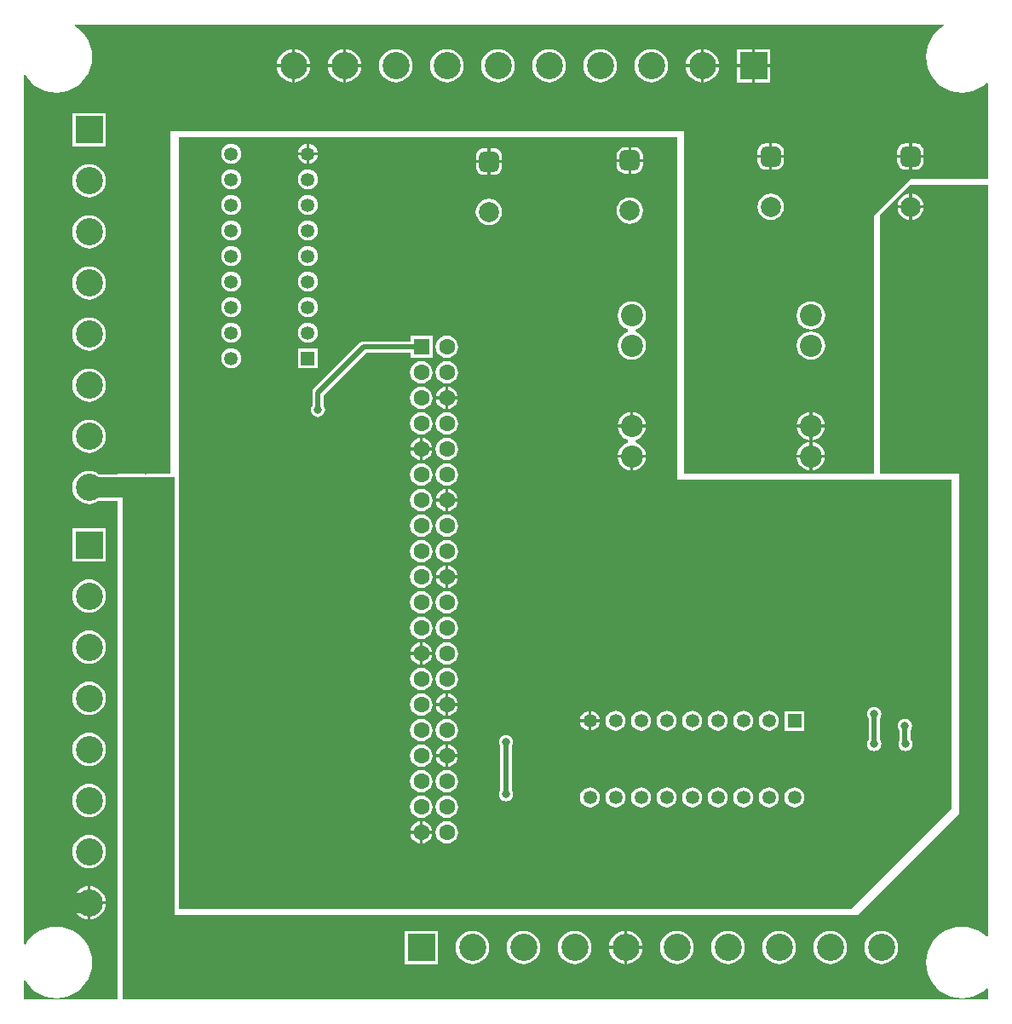
<source format=gbl>
G04 Layer_Physical_Order=2*
G04 Layer_Color=16711680*
%FSLAX44Y44*%
%MOMM*%
G71*
G01*
G75*
%ADD19C,0.5000*%
%ADD20C,2.0000*%
%ADD23C,1.5998*%
%ADD24R,1.5998X1.5998*%
%ADD25R,2.7000X2.7000*%
%ADD26C,2.7000*%
%ADD27R,2.7000X2.7000*%
%ADD28C,2.2000*%
%ADD29R,1.3496X1.3496*%
%ADD30C,1.3496*%
G04:AMPARAMS|DCode=31|XSize=2mm|YSize=2mm|CornerRadius=0.5mm|HoleSize=0mm|Usage=FLASHONLY|Rotation=270.000|XOffset=0mm|YOffset=0mm|HoleType=Round|Shape=RoundedRectangle|*
%AMROUNDEDRECTD31*
21,1,2.0000,1.0000,0,0,270.0*
21,1,1.0000,2.0000,0,0,270.0*
1,1,1.0000,-0.5000,-0.5000*
1,1,1.0000,-0.5000,0.5000*
1,1,1.0000,0.5000,0.5000*
1,1,1.0000,0.5000,-0.5000*
%
%ADD31ROUNDEDRECTD31*%
%ADD32C,2.0000*%
%ADD33R,1.3496X1.3496*%
%ADD34C,0.8000*%
G36*
X667000Y870000D02*
X667000Y530000D01*
X940000D01*
Y203000D01*
X840000Y103000D01*
X520000Y103000D01*
X172000D01*
Y870000D01*
X667000Y870000D01*
D02*
G37*
G36*
X932204Y980730D02*
X929069Y978809D01*
X924820Y975180D01*
X921191Y970931D01*
X918271Y966167D01*
X916133Y961004D01*
X914829Y955571D01*
X914390Y950000D01*
X914829Y944429D01*
X916133Y938996D01*
X918271Y933833D01*
X921191Y929069D01*
X924820Y924820D01*
X929069Y921191D01*
X933833Y918271D01*
X938996Y916133D01*
X944429Y914829D01*
X950000Y914390D01*
X955571Y914829D01*
X961004Y916133D01*
X966167Y918271D01*
X970931Y921191D01*
X974730Y924436D01*
X976000Y923850D01*
X976000Y829000D01*
X900000Y829000D01*
X886000Y815000D01*
X863000Y792000D01*
X863000Y536000D01*
X674000D01*
X674000Y876000D01*
X163000D01*
Y778000D01*
Y536000D01*
X111000D01*
Y535162D01*
X92582D01*
X91761Y535836D01*
X88895Y537368D01*
X85785Y538311D01*
X82550Y538630D01*
X79315Y538311D01*
X76205Y537368D01*
X73339Y535836D01*
X70826Y533774D01*
X68764Y531261D01*
X67232Y528395D01*
X66289Y525285D01*
X65970Y522050D01*
X66289Y518815D01*
X67232Y515705D01*
X68764Y512839D01*
X70826Y510326D01*
X73339Y508264D01*
X76205Y506732D01*
X79315Y505789D01*
X82550Y505470D01*
X85785Y505789D01*
X88895Y506732D01*
X91761Y508264D01*
X92582Y508938D01*
X111000D01*
Y13000D01*
X18000Y13000D01*
Y31846D01*
X19270Y32204D01*
X21191Y29069D01*
X24820Y24820D01*
X29069Y21191D01*
X33833Y18271D01*
X38996Y16133D01*
X44429Y14829D01*
X50000Y14390D01*
X55571Y14829D01*
X61004Y16133D01*
X66167Y18271D01*
X70931Y21191D01*
X75180Y24820D01*
X78809Y29069D01*
X81728Y33833D01*
X83867Y38996D01*
X85171Y44429D01*
X85610Y50000D01*
X85171Y55571D01*
X83867Y61004D01*
X81728Y66167D01*
X78809Y70931D01*
X75180Y75180D01*
X70931Y78809D01*
X66167Y81728D01*
X61004Y83867D01*
X55571Y85171D01*
X50000Y85610D01*
X44429Y85171D01*
X38996Y83867D01*
X33833Y81728D01*
X29069Y78809D01*
X24820Y75180D01*
X21191Y70931D01*
X19270Y67796D01*
X18000Y68154D01*
X18000Y155000D01*
Y161000D01*
X18000Y931846D01*
X19270Y932204D01*
X21191Y929069D01*
X24820Y924820D01*
X29069Y921191D01*
X33833Y918271D01*
X38996Y916133D01*
X44429Y914829D01*
X50000Y914390D01*
X55571Y914829D01*
X61004Y916133D01*
X66167Y918271D01*
X70931Y921191D01*
X75180Y924820D01*
X78809Y929069D01*
X81728Y933833D01*
X83867Y938996D01*
X85171Y944429D01*
X85610Y950000D01*
X85171Y955571D01*
X83867Y961004D01*
X81728Y966167D01*
X78809Y970931D01*
X75180Y975180D01*
X70931Y978809D01*
X67796Y980730D01*
X68154Y982000D01*
X931846Y982000D01*
X932204Y980730D01*
D02*
G37*
G36*
X934000Y823000D02*
X976000D01*
X976000Y76150D01*
X974730Y75564D01*
X970931Y78809D01*
X966167Y81728D01*
X961004Y83867D01*
X955571Y85171D01*
X950000Y85610D01*
X944429Y85171D01*
X938996Y83867D01*
X933833Y81728D01*
X929069Y78809D01*
X924820Y75180D01*
X921191Y70931D01*
X918271Y66167D01*
X916133Y61004D01*
X914829Y55571D01*
X914390Y50000D01*
X914829Y44429D01*
X916133Y38996D01*
X918271Y33833D01*
X921191Y29069D01*
X924820Y24820D01*
X929069Y21191D01*
X933833Y18271D01*
X938996Y16133D01*
X944429Y14829D01*
X950000Y14390D01*
X955571Y14829D01*
X961004Y16133D01*
X966167Y18271D01*
X970931Y21191D01*
X974730Y24436D01*
X976000Y23850D01*
Y13000D01*
X833000Y13000D01*
X116000D01*
X116000Y143000D01*
X116000Y532000D01*
X138541Y532000D01*
X139000Y531940D01*
X139459Y532000D01*
X168000Y532000D01*
X168000Y97000D01*
X266000D01*
X847000Y97000D01*
X947000Y197000D01*
X947000Y256000D01*
Y486000D01*
Y536000D01*
X869000D01*
X869000Y614000D01*
X869000Y793000D01*
X899000Y823000D01*
X934000Y823000D01*
D02*
G37*
%LPC*%
G36*
X438150Y342644D02*
X435279Y342266D01*
X432603Y341157D01*
X430306Y339394D01*
X428543Y337097D01*
X427434Y334421D01*
X427056Y331550D01*
X427434Y328679D01*
X428543Y326003D01*
X430306Y323706D01*
X432603Y321943D01*
X435279Y320834D01*
X438150Y320456D01*
X441021Y320834D01*
X443697Y321943D01*
X445994Y323706D01*
X447757Y326003D01*
X448866Y328679D01*
X449244Y331550D01*
X448866Y334421D01*
X447757Y337097D01*
X445994Y339394D01*
X443697Y341157D01*
X441021Y342266D01*
X438150Y342644D01*
D02*
G37*
G36*
X412750D02*
X409879Y342266D01*
X407203Y341157D01*
X404906Y339394D01*
X403143Y337097D01*
X402034Y334421D01*
X401656Y331550D01*
X402034Y328679D01*
X403143Y326003D01*
X404906Y323706D01*
X407203Y321943D01*
X409879Y320834D01*
X412750Y320456D01*
X415621Y320834D01*
X418297Y321943D01*
X420594Y323706D01*
X422357Y326003D01*
X423466Y328679D01*
X423844Y331550D01*
X423466Y334421D01*
X422357Y337097D01*
X420594Y339394D01*
X418297Y341157D01*
X415621Y342266D01*
X412750Y342644D01*
D02*
G37*
G36*
X436650Y317046D02*
X435279Y316866D01*
X432603Y315757D01*
X430306Y313994D01*
X428543Y311697D01*
X427434Y309021D01*
X427254Y307650D01*
X436650D01*
Y317046D01*
D02*
G37*
G36*
X439650Y317046D02*
Y307650D01*
X449046D01*
X448866Y309021D01*
X447757Y311697D01*
X445994Y313994D01*
X443697Y315757D01*
X441021Y316866D01*
X439650Y317046D01*
D02*
G37*
G36*
X411250Y367846D02*
X409879Y367666D01*
X407203Y366557D01*
X404906Y364794D01*
X403143Y362497D01*
X402034Y359821D01*
X401854Y358450D01*
X411250D01*
Y367846D01*
D02*
G37*
G36*
X414250Y367846D02*
Y358450D01*
X423646D01*
X423466Y359821D01*
X422357Y362497D01*
X420594Y364794D01*
X418297Y366557D01*
X415621Y367666D01*
X414250Y367846D01*
D02*
G37*
G36*
X438150Y368044D02*
X435279Y367666D01*
X432603Y366557D01*
X430306Y364794D01*
X428543Y362497D01*
X427434Y359821D01*
X427056Y356950D01*
X427434Y354079D01*
X428543Y351403D01*
X430306Y349106D01*
X432603Y347343D01*
X435279Y346234D01*
X438150Y345856D01*
X441021Y346234D01*
X443697Y347343D01*
X445994Y349106D01*
X447757Y351403D01*
X448866Y354079D01*
X449244Y356950D01*
X448866Y359821D01*
X447757Y362497D01*
X445994Y364794D01*
X443697Y366557D01*
X441021Y367666D01*
X438150Y368044D01*
D02*
G37*
G36*
X423646Y355450D02*
X414250D01*
Y346054D01*
X415621Y346234D01*
X418297Y347343D01*
X420594Y349106D01*
X422357Y351403D01*
X423466Y354079D01*
X423646Y355450D01*
D02*
G37*
G36*
X411250D02*
X401854D01*
X402034Y354079D01*
X403143Y351403D01*
X404906Y349106D01*
X407203Y347343D01*
X409879Y346234D01*
X411250Y346054D01*
Y355450D01*
D02*
G37*
G36*
X732800Y299932D02*
X730255Y299597D01*
X727884Y298615D01*
X725848Y297052D01*
X724285Y295016D01*
X723303Y292645D01*
X722968Y290100D01*
X723303Y287555D01*
X724285Y285184D01*
X725848Y283148D01*
X727884Y281585D01*
X730255Y280603D01*
X732800Y280268D01*
X735345Y280603D01*
X737716Y281585D01*
X739752Y283148D01*
X741315Y285184D01*
X742297Y287555D01*
X742632Y290100D01*
X742297Y292645D01*
X741315Y295016D01*
X739752Y297052D01*
X737716Y298615D01*
X735345Y299597D01*
X732800Y299932D01*
D02*
G37*
G36*
X758200D02*
X755655Y299597D01*
X753284Y298615D01*
X751248Y297052D01*
X749685Y295016D01*
X748703Y292645D01*
X748368Y290100D01*
X748703Y287555D01*
X749685Y285184D01*
X751248Y283148D01*
X753284Y281585D01*
X755655Y280603D01*
X758200Y280268D01*
X760745Y280603D01*
X763116Y281585D01*
X765152Y283148D01*
X766715Y285184D01*
X767697Y287555D01*
X768032Y290100D01*
X767697Y292645D01*
X766715Y295016D01*
X765152Y297052D01*
X763116Y298615D01*
X760745Y299597D01*
X758200Y299932D01*
D02*
G37*
G36*
X793348Y299848D02*
X773852D01*
Y280352D01*
X793348D01*
Y299848D01*
D02*
G37*
G36*
X656600Y299932D02*
X654055Y299597D01*
X651684Y298615D01*
X649648Y297052D01*
X648085Y295016D01*
X647103Y292645D01*
X646768Y290100D01*
X647103Y287555D01*
X648085Y285184D01*
X649648Y283148D01*
X651684Y281585D01*
X654055Y280603D01*
X656600Y280268D01*
X659145Y280603D01*
X661516Y281585D01*
X663552Y283148D01*
X665115Y285184D01*
X666097Y287555D01*
X666432Y290100D01*
X666097Y292645D01*
X665115Y295016D01*
X663552Y297052D01*
X661516Y298615D01*
X659145Y299597D01*
X656600Y299932D01*
D02*
G37*
G36*
X682000D02*
X679455Y299597D01*
X677084Y298615D01*
X675048Y297052D01*
X673485Y295016D01*
X672503Y292645D01*
X672168Y290100D01*
X672503Y287555D01*
X673485Y285184D01*
X675048Y283148D01*
X677084Y281585D01*
X679455Y280603D01*
X682000Y280268D01*
X684545Y280603D01*
X686916Y281585D01*
X688952Y283148D01*
X690515Y285184D01*
X691497Y287555D01*
X691832Y290100D01*
X691497Y292645D01*
X690515Y295016D01*
X688952Y297052D01*
X686916Y298615D01*
X684545Y299597D01*
X682000Y299932D01*
D02*
G37*
G36*
X707400D02*
X704855Y299597D01*
X702484Y298615D01*
X700448Y297052D01*
X698885Y295016D01*
X697903Y292645D01*
X697568Y290100D01*
X697903Y287555D01*
X698885Y285184D01*
X700448Y283148D01*
X702484Y281585D01*
X704855Y280603D01*
X707400Y280268D01*
X709945Y280603D01*
X712316Y281585D01*
X714352Y283148D01*
X715915Y285184D01*
X716897Y287555D01*
X717232Y290100D01*
X716897Y292645D01*
X715915Y295016D01*
X714352Y297052D01*
X712316Y298615D01*
X709945Y299597D01*
X707400Y299932D01*
D02*
G37*
G36*
X590035Y288600D02*
X581900D01*
Y280465D01*
X582945Y280603D01*
X585316Y281585D01*
X587352Y283148D01*
X588915Y285184D01*
X589897Y287555D01*
X590035Y288600D01*
D02*
G37*
G36*
X412750Y317244D02*
X409879Y316866D01*
X407203Y315757D01*
X404906Y313994D01*
X403143Y311697D01*
X402034Y309021D01*
X401656Y306150D01*
X402034Y303279D01*
X403143Y300603D01*
X404906Y298306D01*
X407203Y296543D01*
X409879Y295434D01*
X412750Y295056D01*
X415621Y295434D01*
X418297Y296543D01*
X420594Y298306D01*
X422357Y300603D01*
X423466Y303279D01*
X423844Y306150D01*
X423466Y309021D01*
X422357Y311697D01*
X420594Y313994D01*
X418297Y315757D01*
X415621Y316866D01*
X412750Y317244D01*
D02*
G37*
G36*
X449046Y304650D02*
X439650D01*
Y295254D01*
X441021Y295434D01*
X443697Y296543D01*
X445994Y298306D01*
X447757Y300603D01*
X448866Y303279D01*
X449046Y304650D01*
D02*
G37*
G36*
X436650D02*
X427254D01*
X427434Y303279D01*
X428543Y300603D01*
X430306Y298306D01*
X432603Y296543D01*
X435279Y295434D01*
X436650Y295254D01*
Y304650D01*
D02*
G37*
G36*
X578900Y288600D02*
X570766D01*
X570903Y287555D01*
X571885Y285184D01*
X573448Y283148D01*
X575484Y281585D01*
X577855Y280603D01*
X578900Y280465D01*
Y288600D01*
D02*
G37*
G36*
Y299734D02*
X577855Y299597D01*
X575484Y298615D01*
X573448Y297052D01*
X571885Y295016D01*
X570903Y292645D01*
X570766Y291600D01*
X578900D01*
Y299734D01*
D02*
G37*
G36*
X581900D02*
Y291600D01*
X590035D01*
X589897Y292645D01*
X588915Y295016D01*
X587352Y297052D01*
X585316Y298615D01*
X582945Y299597D01*
X581900Y299734D01*
D02*
G37*
G36*
X412750Y393444D02*
X409879Y393066D01*
X407203Y391957D01*
X404906Y390194D01*
X403143Y387897D01*
X402034Y385221D01*
X401656Y382350D01*
X402034Y379479D01*
X403143Y376803D01*
X404906Y374506D01*
X407203Y372743D01*
X409879Y371634D01*
X412750Y371256D01*
X415621Y371634D01*
X418297Y372743D01*
X420594Y374506D01*
X422357Y376803D01*
X423466Y379479D01*
X423844Y382350D01*
X423466Y385221D01*
X422357Y387897D01*
X420594Y390194D01*
X418297Y391957D01*
X415621Y393066D01*
X412750Y393444D01*
D02*
G37*
G36*
X449046Y507850D02*
X439650D01*
Y498454D01*
X441021Y498634D01*
X443697Y499743D01*
X445994Y501506D01*
X447757Y503803D01*
X448866Y506479D01*
X449046Y507850D01*
D02*
G37*
G36*
X436650D02*
X427254D01*
X427434Y506479D01*
X428543Y503803D01*
X430306Y501506D01*
X432603Y499743D01*
X435279Y498634D01*
X436650Y498454D01*
Y507850D01*
D02*
G37*
G36*
Y520246D02*
X435279Y520066D01*
X432603Y518957D01*
X430306Y517194D01*
X428543Y514897D01*
X427434Y512221D01*
X427254Y510850D01*
X436650D01*
Y520246D01*
D02*
G37*
G36*
X412750Y495044D02*
X409879Y494666D01*
X407203Y493557D01*
X404906Y491794D01*
X403143Y489497D01*
X402034Y486821D01*
X401656Y483950D01*
X402034Y481079D01*
X403143Y478403D01*
X404906Y476106D01*
X407203Y474343D01*
X409879Y473234D01*
X412750Y472856D01*
X415621Y473234D01*
X418297Y474343D01*
X420594Y476106D01*
X422357Y478403D01*
X423466Y481079D01*
X423844Y483950D01*
X423466Y486821D01*
X422357Y489497D01*
X420594Y491794D01*
X418297Y493557D01*
X415621Y494666D01*
X412750Y495044D01*
D02*
G37*
G36*
X438150D02*
X435279Y494666D01*
X432603Y493557D01*
X430306Y491794D01*
X428543Y489497D01*
X427434Y486821D01*
X427056Y483950D01*
X427434Y481079D01*
X428543Y478403D01*
X430306Y476106D01*
X432603Y474343D01*
X435279Y473234D01*
X438150Y472856D01*
X441021Y473234D01*
X443697Y474343D01*
X445994Y476106D01*
X447757Y478403D01*
X448866Y481079D01*
X449244Y483950D01*
X448866Y486821D01*
X447757Y489497D01*
X445994Y491794D01*
X443697Y493557D01*
X441021Y494666D01*
X438150Y495044D01*
D02*
G37*
G36*
X412750Y520444D02*
X409879Y520066D01*
X407203Y518957D01*
X404906Y517194D01*
X403143Y514897D01*
X402034Y512221D01*
X401656Y509350D01*
X402034Y506479D01*
X403143Y503803D01*
X404906Y501506D01*
X407203Y499743D01*
X409879Y498634D01*
X412750Y498256D01*
X415621Y498634D01*
X418297Y499743D01*
X420594Y501506D01*
X422357Y503803D01*
X423466Y506479D01*
X423844Y509350D01*
X423466Y512221D01*
X422357Y514897D01*
X420594Y517194D01*
X418297Y518957D01*
X415621Y520066D01*
X412750Y520444D01*
D02*
G37*
G36*
X620500Y551500D02*
X608077D01*
X608360Y549345D01*
X609771Y545940D01*
X612015Y543015D01*
X614940Y540771D01*
X618345Y539360D01*
X620500Y539077D01*
Y551500D01*
D02*
G37*
G36*
X439650Y520246D02*
Y510850D01*
X449046D01*
X448866Y512221D01*
X447757Y514897D01*
X445994Y517194D01*
X443697Y518957D01*
X441021Y520066D01*
X439650Y520246D01*
D02*
G37*
G36*
X412750Y545844D02*
X409879Y545466D01*
X407203Y544357D01*
X404906Y542594D01*
X403143Y540297D01*
X402034Y537621D01*
X401656Y534750D01*
X402034Y531879D01*
X403143Y529203D01*
X404906Y526906D01*
X407203Y525143D01*
X409879Y524034D01*
X412750Y523656D01*
X415621Y524034D01*
X418297Y525143D01*
X420594Y526906D01*
X422357Y529203D01*
X423466Y531879D01*
X423844Y534750D01*
X423466Y537621D01*
X422357Y540297D01*
X420594Y542594D01*
X418297Y544357D01*
X415621Y545466D01*
X412750Y545844D01*
D02*
G37*
G36*
X438150D02*
X435279Y545466D01*
X432603Y544357D01*
X430306Y542594D01*
X428543Y540297D01*
X427434Y537621D01*
X427056Y534750D01*
X427434Y531879D01*
X428543Y529203D01*
X430306Y526906D01*
X432603Y525143D01*
X435279Y524034D01*
X438150Y523656D01*
X441021Y524034D01*
X443697Y525143D01*
X445994Y526906D01*
X447757Y529203D01*
X448866Y531879D01*
X449244Y534750D01*
X448866Y537621D01*
X447757Y540297D01*
X445994Y542594D01*
X443697Y544357D01*
X441021Y545466D01*
X438150Y545844D01*
D02*
G37*
G36*
X412750Y444244D02*
X409879Y443866D01*
X407203Y442757D01*
X404906Y440994D01*
X403143Y438697D01*
X402034Y436021D01*
X401656Y433150D01*
X402034Y430279D01*
X403143Y427603D01*
X404906Y425306D01*
X407203Y423543D01*
X409879Y422434D01*
X412750Y422056D01*
X415621Y422434D01*
X418297Y423543D01*
X420594Y425306D01*
X422357Y427603D01*
X423466Y430279D01*
X423844Y433150D01*
X423466Y436021D01*
X422357Y438697D01*
X420594Y440994D01*
X418297Y442757D01*
X415621Y443866D01*
X412750Y444244D01*
D02*
G37*
G36*
X449046Y431650D02*
X439650D01*
Y422254D01*
X441021Y422434D01*
X443697Y423543D01*
X445994Y425306D01*
X447757Y427603D01*
X448866Y430279D01*
X449046Y431650D01*
D02*
G37*
G36*
X438150Y393444D02*
X435279Y393066D01*
X432603Y391957D01*
X430306Y390194D01*
X428543Y387897D01*
X427434Y385221D01*
X427056Y382350D01*
X427434Y379479D01*
X428543Y376803D01*
X430306Y374506D01*
X432603Y372743D01*
X435279Y371634D01*
X438150Y371256D01*
X441021Y371634D01*
X443697Y372743D01*
X445994Y374506D01*
X447757Y376803D01*
X448866Y379479D01*
X449244Y382350D01*
X448866Y385221D01*
X447757Y387897D01*
X445994Y390194D01*
X443697Y391957D01*
X441021Y393066D01*
X438150Y393444D01*
D02*
G37*
G36*
X412750Y418844D02*
X409879Y418466D01*
X407203Y417357D01*
X404906Y415594D01*
X403143Y413297D01*
X402034Y410621D01*
X401656Y407750D01*
X402034Y404879D01*
X403143Y402203D01*
X404906Y399906D01*
X407203Y398143D01*
X409879Y397034D01*
X412750Y396656D01*
X415621Y397034D01*
X418297Y398143D01*
X420594Y399906D01*
X422357Y402203D01*
X423466Y404879D01*
X423844Y407750D01*
X423466Y410621D01*
X422357Y413297D01*
X420594Y415594D01*
X418297Y417357D01*
X415621Y418466D01*
X412750Y418844D01*
D02*
G37*
G36*
X438150D02*
X435279Y418466D01*
X432603Y417357D01*
X430306Y415594D01*
X428543Y413297D01*
X427434Y410621D01*
X427056Y407750D01*
X427434Y404879D01*
X428543Y402203D01*
X430306Y399906D01*
X432603Y398143D01*
X435279Y397034D01*
X438150Y396656D01*
X441021Y397034D01*
X443697Y398143D01*
X445994Y399906D01*
X447757Y402203D01*
X448866Y404879D01*
X449244Y407750D01*
X448866Y410621D01*
X447757Y413297D01*
X445994Y415594D01*
X443697Y417357D01*
X441021Y418466D01*
X438150Y418844D01*
D02*
G37*
G36*
X412750Y469644D02*
X409879Y469266D01*
X407203Y468157D01*
X404906Y466394D01*
X403143Y464097D01*
X402034Y461421D01*
X401656Y458550D01*
X402034Y455679D01*
X403143Y453003D01*
X404906Y450706D01*
X407203Y448943D01*
X409879Y447834D01*
X412750Y447456D01*
X415621Y447834D01*
X418297Y448943D01*
X420594Y450706D01*
X422357Y453003D01*
X423466Y455679D01*
X423844Y458550D01*
X423466Y461421D01*
X422357Y464097D01*
X420594Y466394D01*
X418297Y468157D01*
X415621Y469266D01*
X412750Y469644D01*
D02*
G37*
G36*
X438150D02*
X435279Y469266D01*
X432603Y468157D01*
X430306Y466394D01*
X428543Y464097D01*
X427434Y461421D01*
X427056Y458550D01*
X427434Y455679D01*
X428543Y453003D01*
X430306Y450706D01*
X432603Y448943D01*
X435279Y447834D01*
X438150Y447456D01*
X441021Y447834D01*
X443697Y448943D01*
X445994Y450706D01*
X447757Y453003D01*
X448866Y455679D01*
X449244Y458550D01*
X448866Y461421D01*
X447757Y464097D01*
X445994Y466394D01*
X443697Y468157D01*
X441021Y469266D01*
X438150Y469644D01*
D02*
G37*
G36*
X436650Y431650D02*
X427254D01*
X427434Y430279D01*
X428543Y427603D01*
X430306Y425306D01*
X432603Y423543D01*
X435279Y422434D01*
X436650Y422254D01*
Y431650D01*
D02*
G37*
G36*
Y444046D02*
X435279Y443866D01*
X432603Y442757D01*
X430306Y440994D01*
X428543Y438697D01*
X427434Y436021D01*
X427254Y434650D01*
X436650D01*
Y444046D01*
D02*
G37*
G36*
X439650Y444046D02*
Y434650D01*
X449046D01*
X448866Y436021D01*
X447757Y438697D01*
X445994Y440994D01*
X443697Y442757D01*
X441021Y443866D01*
X439650Y444046D01*
D02*
G37*
G36*
X631200Y299932D02*
X628655Y299597D01*
X626284Y298615D01*
X624248Y297052D01*
X622685Y295016D01*
X621703Y292645D01*
X621368Y290100D01*
X621703Y287555D01*
X622685Y285184D01*
X624248Y283148D01*
X626284Y281585D01*
X628655Y280603D01*
X631200Y280268D01*
X633745Y280603D01*
X636116Y281585D01*
X638152Y283148D01*
X639715Y285184D01*
X640697Y287555D01*
X641032Y290100D01*
X640697Y292645D01*
X639715Y295016D01*
X638152Y297052D01*
X636116Y298615D01*
X633745Y299597D01*
X631200Y299932D01*
D02*
G37*
G36*
X411250Y190046D02*
X409879Y189866D01*
X407203Y188757D01*
X404906Y186994D01*
X403143Y184697D01*
X402034Y182021D01*
X401854Y180650D01*
X411250D01*
Y190046D01*
D02*
G37*
G36*
X414250Y190046D02*
Y180650D01*
X423646D01*
X423466Y182021D01*
X422357Y184697D01*
X420594Y186994D01*
X418297Y188757D01*
X415621Y189866D01*
X414250Y190046D01*
D02*
G37*
G36*
X412750Y215644D02*
X409879Y215266D01*
X407203Y214157D01*
X404906Y212394D01*
X403143Y210097D01*
X402034Y207421D01*
X401656Y204550D01*
X402034Y201679D01*
X403143Y199003D01*
X404906Y196706D01*
X407203Y194943D01*
X409879Y193834D01*
X412750Y193456D01*
X415621Y193834D01*
X418297Y194943D01*
X420594Y196706D01*
X422357Y199003D01*
X423466Y201679D01*
X423844Y204550D01*
X423466Y207421D01*
X422357Y210097D01*
X420594Y212394D01*
X418297Y214157D01*
X415621Y215266D01*
X412750Y215644D01*
D02*
G37*
G36*
X438150Y190244D02*
X435279Y189866D01*
X432603Y188757D01*
X430306Y186994D01*
X428543Y184697D01*
X427434Y182021D01*
X427056Y179150D01*
X427434Y176279D01*
X428543Y173603D01*
X430306Y171306D01*
X432603Y169543D01*
X435279Y168434D01*
X438150Y168056D01*
X441021Y168434D01*
X443697Y169543D01*
X445994Y171306D01*
X447757Y173603D01*
X448866Y176279D01*
X449244Y179150D01*
X448866Y182021D01*
X447757Y184697D01*
X445994Y186994D01*
X443697Y188757D01*
X441021Y189866D01*
X438150Y190244D01*
D02*
G37*
G36*
X423646Y177650D02*
X414250D01*
Y168254D01*
X415621Y168434D01*
X418297Y169543D01*
X420594Y171306D01*
X422357Y173603D01*
X423466Y176279D01*
X423646Y177650D01*
D02*
G37*
G36*
X411250D02*
X401854D01*
X402034Y176279D01*
X403143Y173603D01*
X404906Y171306D01*
X407203Y169543D01*
X409879Y168434D01*
X411250Y168254D01*
Y177650D01*
D02*
G37*
G36*
X438150Y215644D02*
X435279Y215266D01*
X432603Y214157D01*
X430306Y212394D01*
X428543Y210097D01*
X427434Y207421D01*
X427056Y204550D01*
X427434Y201679D01*
X428543Y199003D01*
X430306Y196706D01*
X432603Y194943D01*
X435279Y193834D01*
X438150Y193456D01*
X441021Y193834D01*
X443697Y194943D01*
X445994Y196706D01*
X447757Y199003D01*
X448866Y201679D01*
X449244Y204550D01*
X448866Y207421D01*
X447757Y210097D01*
X445994Y212394D01*
X443697Y214157D01*
X441021Y215266D01*
X438150Y215644D01*
D02*
G37*
G36*
X436650Y253850D02*
X427254D01*
X427434Y252479D01*
X428543Y249803D01*
X430306Y247506D01*
X432603Y245743D01*
X435279Y244634D01*
X436650Y244454D01*
Y253850D01*
D02*
G37*
G36*
Y266246D02*
X435279Y266066D01*
X432603Y264957D01*
X430306Y263194D01*
X428543Y260897D01*
X427434Y258221D01*
X427254Y256850D01*
X436650D01*
Y266246D01*
D02*
G37*
G36*
X438150Y241044D02*
X435279Y240666D01*
X432603Y239557D01*
X430306Y237794D01*
X428543Y235497D01*
X427434Y232821D01*
X427056Y229950D01*
X427434Y227079D01*
X428543Y224403D01*
X430306Y222106D01*
X432603Y220343D01*
X435279Y219234D01*
X438150Y218856D01*
X441021Y219234D01*
X443697Y220343D01*
X445994Y222106D01*
X447757Y224403D01*
X448866Y227079D01*
X449244Y229950D01*
X448866Y232821D01*
X447757Y235497D01*
X445994Y237794D01*
X443697Y239557D01*
X441021Y240666D01*
X438150Y241044D01*
D02*
G37*
G36*
X412750Y266444D02*
X409879Y266066D01*
X407203Y264957D01*
X404906Y263194D01*
X403143Y260897D01*
X402034Y258221D01*
X401656Y255350D01*
X402034Y252479D01*
X403143Y249803D01*
X404906Y247506D01*
X407203Y245743D01*
X409879Y244634D01*
X412750Y244256D01*
X415621Y244634D01*
X418297Y245743D01*
X420594Y247506D01*
X422357Y249803D01*
X423466Y252479D01*
X423844Y255350D01*
X423466Y258221D01*
X422357Y260897D01*
X420594Y263194D01*
X418297Y264957D01*
X415621Y266066D01*
X412750Y266444D01*
D02*
G37*
G36*
X449046Y253850D02*
X439650D01*
Y244454D01*
X441021Y244634D01*
X443697Y245743D01*
X445994Y247506D01*
X447757Y249803D01*
X448866Y252479D01*
X449046Y253850D01*
D02*
G37*
G36*
X412750Y291844D02*
X409879Y291466D01*
X407203Y290357D01*
X404906Y288594D01*
X403143Y286297D01*
X402034Y283621D01*
X401656Y280750D01*
X402034Y277879D01*
X403143Y275203D01*
X404906Y272906D01*
X407203Y271143D01*
X409879Y270034D01*
X412750Y269656D01*
X415621Y270034D01*
X418297Y271143D01*
X420594Y272906D01*
X422357Y275203D01*
X423466Y277879D01*
X423844Y280750D01*
X423466Y283621D01*
X422357Y286297D01*
X420594Y288594D01*
X418297Y290357D01*
X415621Y291466D01*
X412750Y291844D01*
D02*
G37*
G36*
X438150D02*
X435279Y291466D01*
X432603Y290357D01*
X430306Y288594D01*
X428543Y286297D01*
X427434Y283621D01*
X427056Y280750D01*
X427434Y277879D01*
X428543Y275203D01*
X430306Y272906D01*
X432603Y271143D01*
X435279Y270034D01*
X438150Y269656D01*
X441021Y270034D01*
X443697Y271143D01*
X445994Y272906D01*
X447757Y275203D01*
X448866Y277879D01*
X449244Y280750D01*
X448866Y283621D01*
X447757Y286297D01*
X445994Y288594D01*
X443697Y290357D01*
X441021Y291466D01*
X438150Y291844D01*
D02*
G37*
G36*
X605800Y299932D02*
X603255Y299597D01*
X600884Y298615D01*
X598848Y297052D01*
X597285Y295016D01*
X596303Y292645D01*
X595968Y290100D01*
X596303Y287555D01*
X597285Y285184D01*
X598848Y283148D01*
X600884Y281585D01*
X603255Y280603D01*
X605800Y280268D01*
X608345Y280603D01*
X610716Y281585D01*
X612752Y283148D01*
X614315Y285184D01*
X615297Y287555D01*
X615632Y290100D01*
X615297Y292645D01*
X614315Y295016D01*
X612752Y297052D01*
X610716Y298615D01*
X608345Y299597D01*
X605800Y299932D01*
D02*
G37*
G36*
X439650Y266246D02*
Y256850D01*
X449046D01*
X448866Y258221D01*
X447757Y260897D01*
X445994Y263194D01*
X443697Y264957D01*
X441021Y266066D01*
X439650Y266246D01*
D02*
G37*
G36*
X863000Y304060D02*
X861173Y303820D01*
X859470Y303114D01*
X858008Y301992D01*
X856886Y300530D01*
X856180Y298827D01*
X855940Y297000D01*
X856180Y295173D01*
X856886Y293470D01*
X857392Y292809D01*
Y271191D01*
X856886Y270530D01*
X856180Y268827D01*
X855940Y267000D01*
X856180Y265173D01*
X856886Y263470D01*
X858008Y262008D01*
X859470Y260886D01*
X861173Y260180D01*
X863000Y259940D01*
X864827Y260180D01*
X866530Y260886D01*
X867992Y262008D01*
X869115Y263470D01*
X869820Y265173D01*
X870060Y267000D01*
X869820Y268827D01*
X869115Y270530D01*
X868608Y271191D01*
Y292809D01*
X869115Y293470D01*
X869820Y295173D01*
X870060Y297000D01*
X869820Y298827D01*
X869115Y300530D01*
X867992Y301992D01*
X866530Y303114D01*
X864827Y303820D01*
X863000Y304060D01*
D02*
G37*
G36*
X893500Y292060D02*
X891673Y291820D01*
X889970Y291115D01*
X888508Y289992D01*
X887385Y288530D01*
X886680Y286827D01*
X886440Y285000D01*
X886680Y283173D01*
X887385Y281470D01*
X887892Y280809D01*
Y270539D01*
X887886Y270530D01*
X887180Y268827D01*
X886940Y267000D01*
X887180Y265173D01*
X887886Y263470D01*
X889007Y262008D01*
X890470Y260886D01*
X892173Y260180D01*
X894000Y259940D01*
X895827Y260180D01*
X897530Y260886D01*
X898992Y262008D01*
X900115Y263470D01*
X900820Y265173D01*
X901060Y267000D01*
X900820Y268827D01*
X900115Y270530D01*
X899108Y271842D01*
Y280809D01*
X899614Y281470D01*
X900320Y283173D01*
X900560Y285000D01*
X900320Y286827D01*
X899614Y288530D01*
X898492Y289992D01*
X897030Y291115D01*
X895327Y291820D01*
X893500Y292060D01*
D02*
G37*
G36*
X631200Y223732D02*
X628655Y223397D01*
X626284Y222415D01*
X624248Y220852D01*
X622685Y218816D01*
X621703Y216445D01*
X621368Y213900D01*
X621703Y211355D01*
X622685Y208984D01*
X624248Y206948D01*
X626284Y205385D01*
X628655Y204403D01*
X631200Y204068D01*
X633745Y204403D01*
X636116Y205385D01*
X638152Y206948D01*
X639715Y208984D01*
X640697Y211355D01*
X641032Y213900D01*
X640697Y216445D01*
X639715Y218816D01*
X638152Y220852D01*
X636116Y222415D01*
X633745Y223397D01*
X631200Y223732D01*
D02*
G37*
G36*
X656600D02*
X654055Y223397D01*
X651684Y222415D01*
X649648Y220852D01*
X648085Y218816D01*
X647103Y216445D01*
X646768Y213900D01*
X647103Y211355D01*
X648085Y208984D01*
X649648Y206948D01*
X651684Y205385D01*
X654055Y204403D01*
X656600Y204068D01*
X659145Y204403D01*
X661516Y205385D01*
X663552Y206948D01*
X665115Y208984D01*
X666097Y211355D01*
X666432Y213900D01*
X666097Y216445D01*
X665115Y218816D01*
X663552Y220852D01*
X661516Y222415D01*
X659145Y223397D01*
X656600Y223732D01*
D02*
G37*
G36*
X682000D02*
X679455Y223397D01*
X677084Y222415D01*
X675048Y220852D01*
X673485Y218816D01*
X672503Y216445D01*
X672168Y213900D01*
X672503Y211355D01*
X673485Y208984D01*
X675048Y206948D01*
X677084Y205385D01*
X679455Y204403D01*
X682000Y204068D01*
X684545Y204403D01*
X686916Y205385D01*
X688952Y206948D01*
X690515Y208984D01*
X691497Y211355D01*
X691832Y213900D01*
X691497Y216445D01*
X690515Y218816D01*
X688952Y220852D01*
X686916Y222415D01*
X684545Y223397D01*
X682000Y223732D01*
D02*
G37*
G36*
X580400D02*
X577855Y223397D01*
X575484Y222415D01*
X573448Y220852D01*
X571885Y218816D01*
X570903Y216445D01*
X570568Y213900D01*
X570903Y211355D01*
X571885Y208984D01*
X573448Y206948D01*
X575484Y205385D01*
X577855Y204403D01*
X580400Y204068D01*
X582945Y204403D01*
X585316Y205385D01*
X587352Y206948D01*
X588915Y208984D01*
X589897Y211355D01*
X590232Y213900D01*
X589897Y216445D01*
X588915Y218816D01*
X587352Y220852D01*
X585316Y222415D01*
X582945Y223397D01*
X580400Y223732D01*
D02*
G37*
G36*
X605800D02*
X603255Y223397D01*
X600884Y222415D01*
X598848Y220852D01*
X597285Y218816D01*
X596303Y216445D01*
X595968Y213900D01*
X596303Y211355D01*
X597285Y208984D01*
X598848Y206948D01*
X600884Y205385D01*
X603255Y204403D01*
X605800Y204068D01*
X608345Y204403D01*
X610716Y205385D01*
X612752Y206948D01*
X614315Y208984D01*
X615297Y211355D01*
X615632Y213900D01*
X615297Y216445D01*
X614315Y218816D01*
X612752Y220852D01*
X610716Y222415D01*
X608345Y223397D01*
X605800Y223732D01*
D02*
G37*
G36*
X783600D02*
X781055Y223397D01*
X778684Y222415D01*
X776648Y220852D01*
X775085Y218816D01*
X774103Y216445D01*
X773768Y213900D01*
X774103Y211355D01*
X775085Y208984D01*
X776648Y206948D01*
X778684Y205385D01*
X781055Y204403D01*
X783600Y204068D01*
X786145Y204403D01*
X788516Y205385D01*
X790552Y206948D01*
X792115Y208984D01*
X793097Y211355D01*
X793432Y213900D01*
X793097Y216445D01*
X792115Y218816D01*
X790552Y220852D01*
X788516Y222415D01*
X786145Y223397D01*
X783600Y223732D01*
D02*
G37*
G36*
X497000Y276060D02*
X495173Y275820D01*
X493470Y275114D01*
X492008Y273992D01*
X490886Y272530D01*
X490180Y270827D01*
X489940Y269000D01*
X490180Y267173D01*
X490886Y265470D01*
X491392Y264809D01*
Y221191D01*
X490886Y220530D01*
X490180Y218827D01*
X489940Y217000D01*
X490180Y215173D01*
X490886Y213470D01*
X492008Y212008D01*
X493470Y210886D01*
X495173Y210180D01*
X497000Y209940D01*
X498827Y210180D01*
X500530Y210886D01*
X501992Y212008D01*
X503115Y213470D01*
X503820Y215173D01*
X504060Y217000D01*
X503820Y218827D01*
X503115Y220530D01*
X502608Y221191D01*
Y264809D01*
X503115Y265470D01*
X503820Y267173D01*
X504060Y269000D01*
X503820Y270827D01*
X503115Y272530D01*
X501992Y273992D01*
X500530Y275114D01*
X498827Y275820D01*
X497000Y276060D01*
D02*
G37*
G36*
X412750Y241044D02*
X409879Y240666D01*
X407203Y239557D01*
X404906Y237794D01*
X403143Y235497D01*
X402034Y232821D01*
X401656Y229950D01*
X402034Y227079D01*
X403143Y224403D01*
X404906Y222106D01*
X407203Y220343D01*
X409879Y219234D01*
X412750Y218856D01*
X415621Y219234D01*
X418297Y220343D01*
X420594Y222106D01*
X422357Y224403D01*
X423466Y227079D01*
X423844Y229950D01*
X423466Y232821D01*
X422357Y235497D01*
X420594Y237794D01*
X418297Y239557D01*
X415621Y240666D01*
X412750Y241044D01*
D02*
G37*
G36*
X707400Y223732D02*
X704855Y223397D01*
X702484Y222415D01*
X700448Y220852D01*
X698885Y218816D01*
X697903Y216445D01*
X697568Y213900D01*
X697903Y211355D01*
X698885Y208984D01*
X700448Y206948D01*
X702484Y205385D01*
X704855Y204403D01*
X707400Y204068D01*
X709945Y204403D01*
X712316Y205385D01*
X714352Y206948D01*
X715915Y208984D01*
X716897Y211355D01*
X717232Y213900D01*
X716897Y216445D01*
X715915Y218816D01*
X714352Y220852D01*
X712316Y222415D01*
X709945Y223397D01*
X707400Y223732D01*
D02*
G37*
G36*
X732800D02*
X730255Y223397D01*
X727884Y222415D01*
X725848Y220852D01*
X724285Y218816D01*
X723303Y216445D01*
X722968Y213900D01*
X723303Y211355D01*
X724285Y208984D01*
X725848Y206948D01*
X727884Y205385D01*
X730255Y204403D01*
X732800Y204068D01*
X735345Y204403D01*
X737716Y205385D01*
X739752Y206948D01*
X741315Y208984D01*
X742297Y211355D01*
X742632Y213900D01*
X742297Y216445D01*
X741315Y218816D01*
X739752Y220852D01*
X737716Y222415D01*
X735345Y223397D01*
X732800Y223732D01*
D02*
G37*
G36*
X758200D02*
X755655Y223397D01*
X753284Y222415D01*
X751248Y220852D01*
X749685Y218816D01*
X748703Y216445D01*
X748368Y213900D01*
X748703Y211355D01*
X749685Y208984D01*
X751248Y206948D01*
X753284Y205385D01*
X755655Y204403D01*
X758200Y204068D01*
X760745Y204403D01*
X763116Y205385D01*
X765152Y206948D01*
X766715Y208984D01*
X767697Y211355D01*
X768032Y213900D01*
X767697Y216445D01*
X766715Y218816D01*
X765152Y220852D01*
X763116Y222415D01*
X760745Y223397D01*
X758200Y223732D01*
D02*
G37*
G36*
X635923Y551500D02*
X623500D01*
Y539077D01*
X625655Y539360D01*
X629060Y540771D01*
X631985Y543015D01*
X634229Y545940D01*
X635640Y549345D01*
X635923Y551500D01*
D02*
G37*
G36*
X309734Y852100D02*
X301600D01*
Y843965D01*
X302645Y844103D01*
X305016Y845085D01*
X307052Y846648D01*
X308615Y848684D01*
X309597Y851055D01*
X309734Y852100D01*
D02*
G37*
G36*
X478500Y859069D02*
X475000D01*
X472912Y858794D01*
X470965Y857988D01*
X469294Y856706D01*
X468012Y855034D01*
X467206Y853088D01*
X466931Y851000D01*
Y847500D01*
X478500D01*
Y859069D01*
D02*
G37*
G36*
X485000D02*
X481500D01*
Y847500D01*
X493069D01*
Y851000D01*
X492794Y853088D01*
X491988Y855034D01*
X490706Y856706D01*
X489035Y857988D01*
X487088Y858794D01*
X485000Y859069D01*
D02*
G37*
G36*
X223900Y863432D02*
X221355Y863097D01*
X218984Y862115D01*
X216948Y860552D01*
X215385Y858516D01*
X214403Y856145D01*
X214068Y853600D01*
X214403Y851055D01*
X215385Y848684D01*
X216948Y846648D01*
X218984Y845085D01*
X221355Y844103D01*
X223900Y843768D01*
X226445Y844103D01*
X228816Y845085D01*
X230852Y846648D01*
X232415Y848684D01*
X233397Y851055D01*
X233732Y853600D01*
X233397Y856145D01*
X232415Y858516D01*
X230852Y860552D01*
X228816Y862115D01*
X226445Y863097D01*
X223900Y863432D01*
D02*
G37*
G36*
X298600Y852100D02*
X290465D01*
X290603Y851055D01*
X291585Y848684D01*
X293148Y846648D01*
X295184Y845085D01*
X297555Y844103D01*
X298600Y843965D01*
Y852100D01*
D02*
G37*
G36*
X618500Y860069D02*
X615000D01*
X612912Y859794D01*
X610965Y858988D01*
X609294Y857706D01*
X608012Y856034D01*
X607206Y854088D01*
X606931Y852000D01*
Y848500D01*
X618500D01*
Y860069D01*
D02*
G37*
G36*
X625000D02*
X621500D01*
Y848500D01*
X633069D01*
Y852000D01*
X632794Y854088D01*
X631988Y856034D01*
X630706Y857706D01*
X629035Y858988D01*
X627088Y859794D01*
X625000Y860069D01*
D02*
G37*
G36*
X223900Y838032D02*
X221355Y837697D01*
X218984Y836715D01*
X216948Y835152D01*
X215385Y833116D01*
X214403Y830745D01*
X214068Y828200D01*
X214403Y825655D01*
X215385Y823284D01*
X216948Y821248D01*
X218984Y819685D01*
X221355Y818703D01*
X223900Y818368D01*
X226445Y818703D01*
X228816Y819685D01*
X230852Y821248D01*
X232415Y823284D01*
X233397Y825655D01*
X233732Y828200D01*
X233397Y830745D01*
X232415Y833116D01*
X230852Y835152D01*
X228816Y836715D01*
X226445Y837697D01*
X223900Y838032D01*
D02*
G37*
G36*
X300100D02*
X297555Y837697D01*
X295184Y836715D01*
X293148Y835152D01*
X291585Y833116D01*
X290603Y830745D01*
X290268Y828200D01*
X290603Y825655D01*
X291585Y823284D01*
X293148Y821248D01*
X295184Y819685D01*
X297555Y818703D01*
X300100Y818368D01*
X302645Y818703D01*
X305016Y819685D01*
X307052Y821248D01*
X308615Y823284D01*
X309597Y825655D01*
X309932Y828200D01*
X309597Y830745D01*
X308615Y833116D01*
X307052Y835152D01*
X305016Y836715D01*
X302645Y837697D01*
X300100Y838032D01*
D02*
G37*
G36*
Y812632D02*
X297555Y812297D01*
X295184Y811315D01*
X293148Y809752D01*
X291585Y807716D01*
X290603Y805345D01*
X290268Y802800D01*
X290603Y800255D01*
X291585Y797884D01*
X293148Y795848D01*
X295184Y794285D01*
X297555Y793303D01*
X300100Y792968D01*
X302645Y793303D01*
X305016Y794285D01*
X307052Y795848D01*
X308615Y797884D01*
X309597Y800255D01*
X309932Y802800D01*
X309597Y805345D01*
X308615Y807716D01*
X307052Y809752D01*
X305016Y811315D01*
X302645Y812297D01*
X300100Y812632D01*
D02*
G37*
G36*
X633069Y845500D02*
X621500D01*
Y833931D01*
X625000D01*
X627088Y834206D01*
X629035Y835012D01*
X630706Y836294D01*
X631988Y837965D01*
X632794Y839912D01*
X633069Y842000D01*
Y845500D01*
D02*
G37*
G36*
X478500Y844500D02*
X466931D01*
Y841000D01*
X467206Y838912D01*
X468012Y836965D01*
X469294Y835294D01*
X470965Y834012D01*
X472912Y833206D01*
X475000Y832931D01*
X478500D01*
Y844500D01*
D02*
G37*
G36*
X493069D02*
X481500D01*
Y832931D01*
X485000D01*
X487088Y833206D01*
X489035Y834012D01*
X490706Y835294D01*
X491988Y836965D01*
X492794Y838912D01*
X493069Y841000D01*
Y844500D01*
D02*
G37*
G36*
X618500Y845500D02*
X606931D01*
Y842000D01*
X607206Y839912D01*
X608012Y837965D01*
X609294Y836294D01*
X610965Y835012D01*
X612912Y834206D01*
X615000Y833931D01*
X618500D01*
Y845500D01*
D02*
G37*
G36*
X298600Y863234D02*
X297555Y863097D01*
X295184Y862115D01*
X293148Y860552D01*
X291585Y858516D01*
X290603Y856145D01*
X290465Y855100D01*
X298600D01*
Y863234D01*
D02*
G37*
G36*
X301600Y863234D02*
Y855100D01*
X309734D01*
X309597Y856145D01*
X308615Y858516D01*
X307052Y860552D01*
X305016Y862115D01*
X302645Y863097D01*
X301600Y863234D01*
D02*
G37*
G36*
X223900Y812632D02*
X221355Y812297D01*
X218984Y811315D01*
X216948Y809752D01*
X215385Y807716D01*
X214403Y805345D01*
X214068Y802800D01*
X214403Y800255D01*
X215385Y797884D01*
X216948Y795848D01*
X218984Y794285D01*
X221355Y793303D01*
X223900Y792968D01*
X226445Y793303D01*
X228816Y794285D01*
X230852Y795848D01*
X232415Y797884D01*
X233397Y800255D01*
X233732Y802800D01*
X233397Y805345D01*
X232415Y807716D01*
X230852Y809752D01*
X228816Y811315D01*
X226445Y812297D01*
X223900Y812632D01*
D02*
G37*
G36*
X623500Y596923D02*
Y584500D01*
X635923D01*
X635640Y586655D01*
X634229Y590060D01*
X631985Y592985D01*
X629060Y595229D01*
X625655Y596640D01*
X623500Y596923D01*
D02*
G37*
G36*
X412750Y622044D02*
X409879Y621666D01*
X407203Y620557D01*
X404906Y618794D01*
X403143Y616497D01*
X402034Y613821D01*
X401656Y610950D01*
X402034Y608079D01*
X403143Y605403D01*
X404906Y603106D01*
X407203Y601343D01*
X409879Y600234D01*
X412750Y599856D01*
X415621Y600234D01*
X418297Y601343D01*
X420594Y603106D01*
X422357Y605403D01*
X423466Y608079D01*
X423844Y610950D01*
X423466Y613821D01*
X422357Y616497D01*
X420594Y618794D01*
X418297Y620557D01*
X415621Y621666D01*
X412750Y622044D01*
D02*
G37*
G36*
X449046Y609450D02*
X439650D01*
Y600054D01*
X441021Y600234D01*
X443697Y601343D01*
X445994Y603106D01*
X447757Y605403D01*
X448866Y608079D01*
X449046Y609450D01*
D02*
G37*
G36*
X620500Y596923D02*
X618345Y596640D01*
X614940Y595229D01*
X612015Y592985D01*
X609771Y590060D01*
X608360Y586655D01*
X608077Y584500D01*
X620500D01*
Y596923D01*
D02*
G37*
G36*
X439650Y621846D02*
Y612450D01*
X449046D01*
X448866Y613821D01*
X447757Y616497D01*
X445994Y618794D01*
X443697Y620557D01*
X441021Y621666D01*
X439650Y621846D01*
D02*
G37*
G36*
X412750Y647444D02*
X409879Y647066D01*
X407203Y645957D01*
X404906Y644194D01*
X403143Y641897D01*
X402034Y639221D01*
X401656Y636350D01*
X402034Y633479D01*
X403143Y630803D01*
X404906Y628506D01*
X407203Y626743D01*
X409879Y625634D01*
X412750Y625256D01*
X415621Y625634D01*
X418297Y626743D01*
X420594Y628506D01*
X422357Y630803D01*
X423466Y633479D01*
X423844Y636350D01*
X423466Y639221D01*
X422357Y641897D01*
X420594Y644194D01*
X418297Y645957D01*
X415621Y647066D01*
X412750Y647444D01*
D02*
G37*
G36*
X438150D02*
X435279Y647066D01*
X432603Y645957D01*
X430306Y644194D01*
X428543Y641897D01*
X427434Y639221D01*
X427056Y636350D01*
X427434Y633479D01*
X428543Y630803D01*
X430306Y628506D01*
X432603Y626743D01*
X435279Y625634D01*
X438150Y625256D01*
X441021Y625634D01*
X443697Y626743D01*
X445994Y628506D01*
X447757Y630803D01*
X448866Y633479D01*
X449244Y636350D01*
X448866Y639221D01*
X447757Y641897D01*
X445994Y644194D01*
X443697Y645957D01*
X441021Y647066D01*
X438150Y647444D01*
D02*
G37*
G36*
X436650Y609450D02*
X427254D01*
X427434Y608079D01*
X428543Y605403D01*
X430306Y603106D01*
X432603Y601343D01*
X435279Y600234D01*
X436650Y600054D01*
Y609450D01*
D02*
G37*
G36*
Y621846D02*
X435279Y621666D01*
X432603Y620557D01*
X430306Y618794D01*
X428543Y616497D01*
X427434Y613821D01*
X427254Y612450D01*
X436650D01*
Y621846D01*
D02*
G37*
G36*
X438150Y596644D02*
X435279Y596266D01*
X432603Y595157D01*
X430306Y593394D01*
X428543Y591097D01*
X427434Y588421D01*
X427056Y585550D01*
X427434Y582679D01*
X428543Y580003D01*
X430306Y577706D01*
X432603Y575943D01*
X435279Y574834D01*
X438150Y574456D01*
X441021Y574834D01*
X443697Y575943D01*
X445994Y577706D01*
X447757Y580003D01*
X448866Y582679D01*
X449244Y585550D01*
X448866Y588421D01*
X447757Y591097D01*
X445994Y593394D01*
X443697Y595157D01*
X441021Y596266D01*
X438150Y596644D01*
D02*
G37*
G36*
X635923Y581500D02*
X622000D01*
X608077D01*
X608360Y579345D01*
X609771Y575940D01*
X612015Y573015D01*
X614940Y570771D01*
X617862Y569561D01*
X618120Y568000D01*
X617862Y566439D01*
X614940Y565229D01*
X612015Y562985D01*
X609771Y560060D01*
X608360Y556655D01*
X608077Y554500D01*
X622000D01*
X635923D01*
X635640Y556655D01*
X634229Y560060D01*
X631985Y562985D01*
X629060Y565229D01*
X626138Y566439D01*
X625880Y568000D01*
X626138Y569561D01*
X629060Y570771D01*
X631985Y573015D01*
X634229Y575940D01*
X635640Y579345D01*
X635923Y581500D01*
D02*
G37*
G36*
X438150Y571244D02*
X435279Y570866D01*
X432603Y569757D01*
X430306Y567994D01*
X428543Y565697D01*
X427434Y563021D01*
X427056Y560150D01*
X427434Y557279D01*
X428543Y554603D01*
X430306Y552306D01*
X432603Y550543D01*
X435279Y549434D01*
X438150Y549056D01*
X441021Y549434D01*
X443697Y550543D01*
X445994Y552306D01*
X447757Y554603D01*
X448866Y557279D01*
X449244Y560150D01*
X448866Y563021D01*
X447757Y565697D01*
X445994Y567994D01*
X443697Y569757D01*
X441021Y570866D01*
X438150Y571244D01*
D02*
G37*
G36*
X423646Y558650D02*
X414250D01*
Y549254D01*
X415621Y549434D01*
X418297Y550543D01*
X420594Y552306D01*
X422357Y554603D01*
X423466Y557279D01*
X423646Y558650D01*
D02*
G37*
G36*
X411250D02*
X401854D01*
X402034Y557279D01*
X403143Y554603D01*
X404906Y552306D01*
X407203Y550543D01*
X409879Y549434D01*
X411250Y549254D01*
Y558650D01*
D02*
G37*
G36*
X412750Y596644D02*
X409879Y596266D01*
X407203Y595157D01*
X404906Y593394D01*
X403143Y591097D01*
X402034Y588421D01*
X401656Y585550D01*
X402034Y582679D01*
X403143Y580003D01*
X404906Y577706D01*
X407203Y575943D01*
X409879Y574834D01*
X412750Y574456D01*
X415621Y574834D01*
X418297Y575943D01*
X420594Y577706D01*
X422357Y580003D01*
X423466Y582679D01*
X423844Y585550D01*
X423466Y588421D01*
X422357Y591097D01*
X420594Y593394D01*
X418297Y595157D01*
X415621Y596266D01*
X412750Y596644D01*
D02*
G37*
G36*
X411250Y571046D02*
X409879Y570866D01*
X407203Y569757D01*
X404906Y567994D01*
X403143Y565697D01*
X402034Y563021D01*
X401854Y561650D01*
X411250D01*
Y571046D01*
D02*
G37*
G36*
X414250Y571046D02*
Y561650D01*
X423646D01*
X423466Y563021D01*
X422357Y565697D01*
X420594Y567994D01*
X418297Y569757D01*
X415621Y570866D01*
X414250Y571046D01*
D02*
G37*
G36*
X300100Y761832D02*
X297555Y761497D01*
X295184Y760515D01*
X293148Y758952D01*
X291585Y756916D01*
X290603Y754545D01*
X290268Y752000D01*
X290603Y749455D01*
X291585Y747084D01*
X293148Y745048D01*
X295184Y743485D01*
X297555Y742503D01*
X300100Y742168D01*
X302645Y742503D01*
X305016Y743485D01*
X307052Y745048D01*
X308615Y747084D01*
X309597Y749455D01*
X309932Y752000D01*
X309597Y754545D01*
X308615Y756916D01*
X307052Y758952D01*
X305016Y760515D01*
X302645Y761497D01*
X300100Y761832D01*
D02*
G37*
G36*
X223900Y787232D02*
X221355Y786897D01*
X218984Y785915D01*
X216948Y784352D01*
X215385Y782316D01*
X214403Y779945D01*
X214068Y777400D01*
X214403Y774855D01*
X215385Y772484D01*
X216948Y770448D01*
X218984Y768885D01*
X221355Y767903D01*
X223900Y767568D01*
X226445Y767903D01*
X228816Y768885D01*
X230852Y770448D01*
X232415Y772484D01*
X233397Y774855D01*
X233732Y777400D01*
X233397Y779945D01*
X232415Y782316D01*
X230852Y784352D01*
X228816Y785915D01*
X226445Y786897D01*
X223900Y787232D01*
D02*
G37*
G36*
Y736432D02*
X221355Y736097D01*
X218984Y735115D01*
X216948Y733552D01*
X215385Y731516D01*
X214403Y729145D01*
X214068Y726600D01*
X214403Y724055D01*
X215385Y721684D01*
X216948Y719648D01*
X218984Y718085D01*
X221355Y717103D01*
X223900Y716768D01*
X226445Y717103D01*
X228816Y718085D01*
X230852Y719648D01*
X232415Y721684D01*
X233397Y724055D01*
X233732Y726600D01*
X233397Y729145D01*
X232415Y731516D01*
X230852Y733552D01*
X228816Y735115D01*
X226445Y736097D01*
X223900Y736432D01*
D02*
G37*
G36*
X300100D02*
X297555Y736097D01*
X295184Y735115D01*
X293148Y733552D01*
X291585Y731516D01*
X290603Y729145D01*
X290268Y726600D01*
X290603Y724055D01*
X291585Y721684D01*
X293148Y719648D01*
X295184Y718085D01*
X297555Y717103D01*
X300100Y716768D01*
X302645Y717103D01*
X305016Y718085D01*
X307052Y719648D01*
X308615Y721684D01*
X309597Y724055D01*
X309932Y726600D01*
X309597Y729145D01*
X308615Y731516D01*
X307052Y733552D01*
X305016Y735115D01*
X302645Y736097D01*
X300100Y736432D01*
D02*
G37*
G36*
X223900Y761832D02*
X221355Y761497D01*
X218984Y760515D01*
X216948Y758952D01*
X215385Y756916D01*
X214403Y754545D01*
X214068Y752000D01*
X214403Y749455D01*
X215385Y747084D01*
X216948Y745048D01*
X218984Y743485D01*
X221355Y742503D01*
X223900Y742168D01*
X226445Y742503D01*
X228816Y743485D01*
X230852Y745048D01*
X232415Y747084D01*
X233397Y749455D01*
X233732Y752000D01*
X233397Y754545D01*
X232415Y756916D01*
X230852Y758952D01*
X228816Y760515D01*
X226445Y761497D01*
X223900Y761832D01*
D02*
G37*
G36*
X300100Y787232D02*
X297555Y786897D01*
X295184Y785915D01*
X293148Y784352D01*
X291585Y782316D01*
X290603Y779945D01*
X290268Y777400D01*
X290603Y774855D01*
X291585Y772484D01*
X293148Y770448D01*
X295184Y768885D01*
X297555Y767903D01*
X300100Y767568D01*
X302645Y767903D01*
X305016Y768885D01*
X307052Y770448D01*
X308615Y772484D01*
X309597Y774855D01*
X309932Y777400D01*
X309597Y779945D01*
X308615Y782316D01*
X307052Y784352D01*
X305016Y785915D01*
X302645Y786897D01*
X300100Y787232D01*
D02*
G37*
G36*
X480000Y809112D02*
X476606Y808665D01*
X473444Y807355D01*
X470728Y805272D01*
X468644Y802556D01*
X467335Y799394D01*
X466888Y796000D01*
X467335Y792606D01*
X468644Y789444D01*
X470728Y786728D01*
X473444Y784644D01*
X476606Y783335D01*
X480000Y782888D01*
X483394Y783335D01*
X486556Y784644D01*
X489272Y786728D01*
X491356Y789444D01*
X492665Y792606D01*
X493112Y796000D01*
X492665Y799394D01*
X491356Y802556D01*
X489272Y805272D01*
X486556Y807355D01*
X483394Y808665D01*
X480000Y809112D01*
D02*
G37*
G36*
X620000Y810112D02*
X616606Y809665D01*
X613444Y808355D01*
X610728Y806272D01*
X608644Y803556D01*
X607335Y800394D01*
X606888Y797000D01*
X607335Y793606D01*
X608644Y790444D01*
X610728Y787728D01*
X613444Y785645D01*
X616606Y784335D01*
X620000Y783888D01*
X623394Y784335D01*
X626556Y785645D01*
X629272Y787728D01*
X631356Y790444D01*
X632665Y793606D01*
X633112Y797000D01*
X632665Y800394D01*
X631356Y803556D01*
X629272Y806272D01*
X626556Y808355D01*
X623394Y809665D01*
X620000Y810112D01*
D02*
G37*
G36*
X438150Y672844D02*
X435279Y672466D01*
X432603Y671357D01*
X430306Y669594D01*
X428543Y667297D01*
X427434Y664621D01*
X427056Y661750D01*
X427434Y658879D01*
X428543Y656203D01*
X430306Y653906D01*
X432603Y652143D01*
X435279Y651034D01*
X438150Y650656D01*
X441021Y651034D01*
X443697Y652143D01*
X445994Y653906D01*
X447757Y656203D01*
X448866Y658879D01*
X449244Y661750D01*
X448866Y664621D01*
X447757Y667297D01*
X445994Y669594D01*
X443697Y671357D01*
X441021Y672466D01*
X438150Y672844D01*
D02*
G37*
G36*
X423749Y672749D02*
X401751D01*
Y667358D01*
X355750D01*
X353604Y666931D01*
X351785Y665715D01*
X306035Y619965D01*
X304819Y618146D01*
X304392Y616000D01*
Y603191D01*
X303885Y602530D01*
X303180Y600827D01*
X302940Y599000D01*
X303180Y597173D01*
X303885Y595470D01*
X305007Y594007D01*
X306470Y592886D01*
X308173Y592180D01*
X310000Y591940D01*
X311827Y592180D01*
X313530Y592886D01*
X314992Y594007D01*
X316115Y595470D01*
X316820Y597173D01*
X317060Y599000D01*
X316820Y600827D01*
X316115Y602530D01*
X315608Y603191D01*
Y613677D01*
X358073Y656142D01*
X401751D01*
Y650751D01*
X423749D01*
Y672749D01*
D02*
G37*
G36*
X223900Y660232D02*
X221355Y659897D01*
X218984Y658915D01*
X216948Y657352D01*
X215385Y655316D01*
X214403Y652945D01*
X214068Y650400D01*
X214403Y647855D01*
X215385Y645484D01*
X216948Y643448D01*
X218984Y641885D01*
X221355Y640903D01*
X223900Y640568D01*
X226445Y640903D01*
X228816Y641885D01*
X230852Y643448D01*
X232415Y645484D01*
X233397Y647855D01*
X233732Y650400D01*
X233397Y652945D01*
X232415Y655316D01*
X230852Y657352D01*
X228816Y658915D01*
X226445Y659897D01*
X223900Y660232D01*
D02*
G37*
G36*
X309848Y660148D02*
X290352D01*
Y640652D01*
X309848D01*
Y660148D01*
D02*
G37*
G36*
X622000Y707121D02*
X618345Y706640D01*
X614940Y705229D01*
X612015Y702985D01*
X609771Y700060D01*
X608360Y696655D01*
X607879Y693000D01*
X608360Y689345D01*
X609771Y685940D01*
X612015Y683015D01*
X614940Y680771D01*
X617862Y679561D01*
X618120Y678000D01*
X617862Y676439D01*
X614940Y675229D01*
X612015Y672985D01*
X609771Y670060D01*
X608360Y666655D01*
X607879Y663000D01*
X608360Y659345D01*
X609771Y655940D01*
X612015Y653015D01*
X614940Y650771D01*
X618345Y649360D01*
X622000Y648879D01*
X625655Y649360D01*
X629060Y650771D01*
X631985Y653015D01*
X634229Y655940D01*
X635640Y659345D01*
X636121Y663000D01*
X635640Y666655D01*
X634229Y670060D01*
X631985Y672985D01*
X629060Y675229D01*
X626138Y676439D01*
X625880Y678000D01*
X626138Y679561D01*
X629060Y680771D01*
X631985Y683015D01*
X634229Y685940D01*
X635640Y689345D01*
X636121Y693000D01*
X635640Y696655D01*
X634229Y700060D01*
X631985Y702985D01*
X629060Y705229D01*
X625655Y706640D01*
X622000Y707121D01*
D02*
G37*
G36*
X223900Y711032D02*
X221355Y710697D01*
X218984Y709715D01*
X216948Y708152D01*
X215385Y706116D01*
X214403Y703745D01*
X214068Y701200D01*
X214403Y698655D01*
X215385Y696284D01*
X216948Y694248D01*
X218984Y692685D01*
X221355Y691703D01*
X223900Y691368D01*
X226445Y691703D01*
X228816Y692685D01*
X230852Y694248D01*
X232415Y696284D01*
X233397Y698655D01*
X233732Y701200D01*
X233397Y703745D01*
X232415Y706116D01*
X230852Y708152D01*
X228816Y709715D01*
X226445Y710697D01*
X223900Y711032D01*
D02*
G37*
G36*
X300100D02*
X297555Y710697D01*
X295184Y709715D01*
X293148Y708152D01*
X291585Y706116D01*
X290603Y703745D01*
X290268Y701200D01*
X290603Y698655D01*
X291585Y696284D01*
X293148Y694248D01*
X295184Y692685D01*
X297555Y691703D01*
X300100Y691368D01*
X302645Y691703D01*
X305016Y692685D01*
X307052Y694248D01*
X308615Y696284D01*
X309597Y698655D01*
X309932Y701200D01*
X309597Y703745D01*
X308615Y706116D01*
X307052Y708152D01*
X305016Y709715D01*
X302645Y710697D01*
X300100Y711032D01*
D02*
G37*
G36*
X223900Y685632D02*
X221355Y685297D01*
X218984Y684315D01*
X216948Y682752D01*
X215385Y680716D01*
X214403Y678345D01*
X214068Y675800D01*
X214403Y673255D01*
X215385Y670884D01*
X216948Y668848D01*
X218984Y667285D01*
X221355Y666303D01*
X223900Y665968D01*
X226445Y666303D01*
X228816Y667285D01*
X230852Y668848D01*
X232415Y670884D01*
X233397Y673255D01*
X233732Y675800D01*
X233397Y678345D01*
X232415Y680716D01*
X230852Y682752D01*
X228816Y684315D01*
X226445Y685297D01*
X223900Y685632D01*
D02*
G37*
G36*
X300100D02*
X297555Y685297D01*
X295184Y684315D01*
X293148Y682752D01*
X291585Y680716D01*
X290603Y678345D01*
X290268Y675800D01*
X290603Y673255D01*
X291585Y670884D01*
X293148Y668848D01*
X295184Y667285D01*
X297555Y666303D01*
X300100Y665968D01*
X302645Y666303D01*
X305016Y667285D01*
X307052Y668848D01*
X308615Y670884D01*
X309597Y673255D01*
X309932Y675800D01*
X309597Y678345D01*
X308615Y680716D01*
X307052Y682752D01*
X305016Y684315D01*
X302645Y685297D01*
X300100Y685632D01*
D02*
G37*
G36*
X82550Y379880D02*
X79315Y379561D01*
X76205Y378618D01*
X73339Y377086D01*
X70826Y375024D01*
X68764Y372511D01*
X67232Y369645D01*
X66289Y366535D01*
X65970Y363300D01*
X66289Y360065D01*
X67232Y356955D01*
X68764Y354089D01*
X70826Y351576D01*
X73339Y349514D01*
X76205Y347982D01*
X79315Y347039D01*
X82550Y346720D01*
X85785Y347039D01*
X88895Y347982D01*
X91761Y349514D01*
X94274Y351576D01*
X96336Y354089D01*
X97868Y356955D01*
X98811Y360065D01*
X99130Y363300D01*
X98811Y366535D01*
X97868Y369645D01*
X96336Y372511D01*
X94274Y375024D01*
X91761Y377086D01*
X88895Y378618D01*
X85785Y379561D01*
X82550Y379880D01*
D02*
G37*
G36*
Y329080D02*
X79315Y328761D01*
X76205Y327818D01*
X73339Y326286D01*
X70826Y324224D01*
X68764Y321711D01*
X67232Y318845D01*
X66289Y315735D01*
X65970Y312500D01*
X66289Y309265D01*
X67232Y306155D01*
X68764Y303289D01*
X70826Y300776D01*
X73339Y298714D01*
X76205Y297182D01*
X79315Y296239D01*
X82550Y295920D01*
X85785Y296239D01*
X88895Y297182D01*
X91761Y298714D01*
X94274Y300776D01*
X96336Y303289D01*
X97868Y306155D01*
X98811Y309265D01*
X99130Y312500D01*
X98811Y315735D01*
X97868Y318845D01*
X96336Y321711D01*
X94274Y324224D01*
X91761Y326286D01*
X88895Y327818D01*
X85785Y328761D01*
X82550Y329080D01*
D02*
G37*
G36*
X813923Y551500D02*
X801500D01*
Y539077D01*
X803655Y539360D01*
X807060Y540771D01*
X809985Y543015D01*
X812229Y545940D01*
X813640Y549345D01*
X813923Y551500D01*
D02*
G37*
G36*
X798500D02*
X786077D01*
X786360Y549345D01*
X787771Y545940D01*
X790015Y543015D01*
X792940Y540771D01*
X796345Y539360D01*
X798500Y539077D01*
Y551500D01*
D02*
G37*
G36*
X82550Y430680D02*
X79315Y430361D01*
X76205Y429418D01*
X73339Y427886D01*
X70826Y425824D01*
X68764Y423311D01*
X67232Y420445D01*
X66289Y417335D01*
X65970Y414100D01*
X66289Y410865D01*
X67232Y407755D01*
X68764Y404889D01*
X70826Y402376D01*
X73339Y400314D01*
X76205Y398782D01*
X79315Y397839D01*
X82550Y397520D01*
X85785Y397839D01*
X88895Y398782D01*
X91761Y400314D01*
X94274Y402376D01*
X96336Y404889D01*
X97868Y407755D01*
X98811Y410865D01*
X99130Y414100D01*
X98811Y417335D01*
X97868Y420445D01*
X96336Y423311D01*
X94274Y425824D01*
X91761Y427886D01*
X88895Y429418D01*
X85785Y430361D01*
X82550Y430680D01*
D02*
G37*
G36*
X99050Y481400D02*
X66050D01*
Y448400D01*
X99050D01*
Y481400D01*
D02*
G37*
G36*
X81050Y125732D02*
X79315Y125561D01*
X76205Y124618D01*
X73339Y123086D01*
X70826Y121024D01*
X68764Y118511D01*
X67232Y115645D01*
X66289Y112535D01*
X66118Y110800D01*
X81050D01*
Y125732D01*
D02*
G37*
G36*
X84050D02*
Y110800D01*
X98982D01*
X98811Y112535D01*
X97868Y115645D01*
X96336Y118511D01*
X94274Y121024D01*
X91761Y123086D01*
X88895Y124618D01*
X85785Y125561D01*
X84050Y125732D01*
D02*
G37*
G36*
X82550Y176680D02*
X79315Y176361D01*
X76205Y175418D01*
X73339Y173886D01*
X70826Y171824D01*
X68764Y169311D01*
X67232Y166445D01*
X66289Y163335D01*
X65970Y160100D01*
X66289Y156865D01*
X67232Y153755D01*
X68764Y150889D01*
X70826Y148376D01*
X73339Y146314D01*
X76205Y144782D01*
X79315Y143839D01*
X82550Y143520D01*
X85785Y143839D01*
X88895Y144782D01*
X91761Y146314D01*
X94274Y148376D01*
X96336Y150889D01*
X97868Y153755D01*
X98811Y156865D01*
X99130Y160100D01*
X98811Y163335D01*
X97868Y166445D01*
X96336Y169311D01*
X94274Y171824D01*
X91761Y173886D01*
X88895Y175418D01*
X85785Y176361D01*
X82550Y176680D01*
D02*
G37*
G36*
X98982Y107800D02*
X84050D01*
Y92868D01*
X85785Y93039D01*
X88895Y93982D01*
X91761Y95514D01*
X94274Y97576D01*
X96336Y100089D01*
X97868Y102955D01*
X98811Y106065D01*
X98982Y107800D01*
D02*
G37*
G36*
X81050D02*
X66118D01*
X66289Y106065D01*
X67232Y102955D01*
X68764Y100089D01*
X70826Y97576D01*
X73339Y95514D01*
X76205Y93982D01*
X79315Y93039D01*
X81050Y92868D01*
Y107800D01*
D02*
G37*
G36*
X82550Y278280D02*
X79315Y277961D01*
X76205Y277018D01*
X73339Y275486D01*
X70826Y273424D01*
X68764Y270911D01*
X67232Y268045D01*
X66289Y264935D01*
X65970Y261700D01*
X66289Y258465D01*
X67232Y255355D01*
X68764Y252489D01*
X70826Y249976D01*
X73339Y247914D01*
X76205Y246382D01*
X79315Y245439D01*
X82550Y245120D01*
X85785Y245439D01*
X88895Y246382D01*
X91761Y247914D01*
X94274Y249976D01*
X96336Y252489D01*
X97868Y255355D01*
X98811Y258465D01*
X99130Y261700D01*
X98811Y264935D01*
X97868Y268045D01*
X96336Y270911D01*
X94274Y273424D01*
X91761Y275486D01*
X88895Y277018D01*
X85785Y277961D01*
X82550Y278280D01*
D02*
G37*
G36*
Y227480D02*
X79315Y227161D01*
X76205Y226218D01*
X73339Y224686D01*
X70826Y222624D01*
X68764Y220111D01*
X67232Y217245D01*
X66289Y214135D01*
X65970Y210900D01*
X66289Y207665D01*
X67232Y204555D01*
X68764Y201689D01*
X70826Y199176D01*
X73339Y197114D01*
X76205Y195582D01*
X79315Y194639D01*
X82550Y194320D01*
X85785Y194639D01*
X88895Y195582D01*
X91761Y197114D01*
X94274Y199176D01*
X96336Y201689D01*
X97868Y204555D01*
X98811Y207665D01*
X99130Y210900D01*
X98811Y214135D01*
X97868Y217245D01*
X96336Y220111D01*
X94274Y222624D01*
X91761Y224686D01*
X88895Y226218D01*
X85785Y227161D01*
X82550Y227480D01*
D02*
G37*
G36*
X912069Y849500D02*
X900500D01*
Y837931D01*
X904000D01*
X906088Y838206D01*
X908035Y839012D01*
X909706Y840294D01*
X910988Y841965D01*
X911794Y843912D01*
X912069Y846000D01*
Y849500D01*
D02*
G37*
G36*
X904000Y864069D02*
X900500D01*
Y852500D01*
X912069D01*
Y856000D01*
X911794Y858088D01*
X910988Y860034D01*
X909706Y861706D01*
X908035Y862988D01*
X906088Y863794D01*
X904000Y864069D01*
D02*
G37*
G36*
X758500D02*
X755000D01*
X752912Y863794D01*
X750965Y862988D01*
X749294Y861706D01*
X748012Y860034D01*
X747206Y858088D01*
X746931Y856000D01*
Y852500D01*
X758500D01*
Y864069D01*
D02*
G37*
G36*
X765000D02*
X761500D01*
Y852500D01*
X773069D01*
Y856000D01*
X772794Y858088D01*
X771988Y860034D01*
X770706Y861706D01*
X769035Y862988D01*
X767088Y863794D01*
X765000Y864069D01*
D02*
G37*
G36*
X897500D02*
X894000D01*
X891912Y863794D01*
X889966Y862988D01*
X888294Y861706D01*
X887012Y860034D01*
X886206Y858088D01*
X885931Y856000D01*
Y852500D01*
X897500D01*
Y864069D01*
D02*
G37*
G36*
Y849500D02*
X885931D01*
Y846000D01*
X886206Y843912D01*
X887012Y841965D01*
X888294Y840294D01*
X889966Y839012D01*
X891912Y838206D01*
X894000Y837931D01*
X897500D01*
Y849500D01*
D02*
G37*
G36*
X82550Y843430D02*
X79315Y843111D01*
X76205Y842168D01*
X73339Y840636D01*
X70826Y838574D01*
X68764Y836061D01*
X67232Y833195D01*
X66289Y830085D01*
X65970Y826850D01*
X66289Y823615D01*
X67232Y820505D01*
X68764Y817639D01*
X70826Y815126D01*
X73339Y813064D01*
X76205Y811532D01*
X79315Y810589D01*
X82550Y810270D01*
X85785Y810589D01*
X88895Y811532D01*
X91761Y813064D01*
X94274Y815126D01*
X96336Y817639D01*
X97868Y820505D01*
X98811Y823615D01*
X99130Y826850D01*
X98811Y830085D01*
X97868Y833195D01*
X96336Y836061D01*
X94274Y838574D01*
X91761Y840636D01*
X88895Y842168D01*
X85785Y843111D01*
X82550Y843430D01*
D02*
G37*
G36*
X758500Y849500D02*
X746931D01*
Y846000D01*
X747206Y843912D01*
X748012Y841965D01*
X749294Y840294D01*
X750965Y839012D01*
X752912Y838206D01*
X755000Y837931D01*
X758500D01*
Y849500D01*
D02*
G37*
G36*
X773069D02*
X761500D01*
Y837931D01*
X765000D01*
X767088Y838206D01*
X769035Y839012D01*
X770706Y840294D01*
X771988Y841965D01*
X772794Y843912D01*
X773069Y846000D01*
Y849500D01*
D02*
G37*
G36*
X690650Y939650D02*
X675718D01*
X675889Y937915D01*
X676832Y934805D01*
X678364Y931939D01*
X680426Y929426D01*
X682939Y927364D01*
X685805Y925832D01*
X688915Y924889D01*
X690650Y924718D01*
Y939650D01*
D02*
G37*
G36*
X741450Y957650D02*
X726450D01*
Y942650D01*
X741450D01*
Y957650D01*
D02*
G37*
G36*
X335050Y957582D02*
X333315Y957411D01*
X330205Y956468D01*
X327339Y954936D01*
X324826Y952874D01*
X322764Y950361D01*
X321232Y947495D01*
X320289Y944385D01*
X320118Y942650D01*
X335050D01*
Y957582D01*
D02*
G37*
G36*
X708582Y939650D02*
X693650D01*
Y924718D01*
X695385Y924889D01*
X698495Y925832D01*
X701361Y927364D01*
X703874Y929426D01*
X705936Y931939D01*
X707468Y934805D01*
X708411Y937915D01*
X708582Y939650D01*
D02*
G37*
G36*
X284250D02*
X269318D01*
X269489Y937915D01*
X270432Y934805D01*
X271964Y931939D01*
X274026Y929426D01*
X276539Y927364D01*
X279405Y925832D01*
X282515Y924889D01*
X284250Y924718D01*
Y939650D01*
D02*
G37*
G36*
X335050D02*
X320118D01*
X320289Y937915D01*
X321232Y934805D01*
X322764Y931939D01*
X324826Y929426D01*
X327339Y927364D01*
X330205Y925832D01*
X333315Y924889D01*
X335050Y924718D01*
Y939650D01*
D02*
G37*
G36*
X759450Y957650D02*
X744450D01*
Y942650D01*
X759450D01*
Y957650D01*
D02*
G37*
G36*
X287250Y957582D02*
Y942650D01*
X302182D01*
X302011Y944385D01*
X301068Y947495D01*
X299536Y950361D01*
X297474Y952874D01*
X294961Y954936D01*
X292095Y956468D01*
X288985Y957411D01*
X287250Y957582D01*
D02*
G37*
G36*
X693650D02*
Y942650D01*
X708582D01*
X708411Y944385D01*
X707468Y947495D01*
X705936Y950361D01*
X703874Y952874D01*
X701361Y954936D01*
X698495Y956468D01*
X695385Y957411D01*
X693650Y957582D01*
D02*
G37*
G36*
X284250D02*
X282515Y957411D01*
X279405Y956468D01*
X276539Y954936D01*
X274026Y952874D01*
X271964Y950361D01*
X270432Y947495D01*
X269489Y944385D01*
X269318Y942650D01*
X284250D01*
Y957582D01*
D02*
G37*
G36*
X690650D02*
X688915Y957411D01*
X685805Y956468D01*
X682939Y954936D01*
X680426Y952874D01*
X678364Y950361D01*
X676832Y947495D01*
X675889Y944385D01*
X675718Y942650D01*
X690650D01*
Y957582D01*
D02*
G37*
G36*
X338050D02*
Y942650D01*
X352982D01*
X352811Y944385D01*
X351868Y947495D01*
X350336Y950361D01*
X348274Y952874D01*
X345761Y954936D01*
X342895Y956468D01*
X339785Y957411D01*
X338050Y957582D01*
D02*
G37*
G36*
X352982Y939650D02*
X338050D01*
Y924718D01*
X339785Y924889D01*
X342895Y925832D01*
X345761Y927364D01*
X348274Y929426D01*
X350336Y931939D01*
X351868Y934805D01*
X352811Y937915D01*
X352982Y939650D01*
D02*
G37*
G36*
X387350Y957730D02*
X384115Y957411D01*
X381005Y956468D01*
X378139Y954936D01*
X375626Y952874D01*
X373564Y950361D01*
X372032Y947495D01*
X371089Y944385D01*
X370770Y941150D01*
X371089Y937915D01*
X372032Y934805D01*
X373564Y931939D01*
X375626Y929426D01*
X378139Y927364D01*
X381005Y925832D01*
X384115Y924889D01*
X387350Y924570D01*
X390585Y924889D01*
X393695Y925832D01*
X396561Y927364D01*
X399074Y929426D01*
X401136Y931939D01*
X402668Y934805D01*
X403611Y937915D01*
X403930Y941150D01*
X403611Y944385D01*
X402668Y947495D01*
X401136Y950361D01*
X399074Y952874D01*
X396561Y954936D01*
X393695Y956468D01*
X390585Y957411D01*
X387350Y957730D01*
D02*
G37*
G36*
X438150D02*
X434915Y957411D01*
X431805Y956468D01*
X428939Y954936D01*
X426426Y952874D01*
X424364Y950361D01*
X422832Y947495D01*
X421889Y944385D01*
X421570Y941150D01*
X421889Y937915D01*
X422832Y934805D01*
X424364Y931939D01*
X426426Y929426D01*
X428939Y927364D01*
X431805Y925832D01*
X434915Y924889D01*
X438150Y924570D01*
X441385Y924889D01*
X444495Y925832D01*
X447361Y927364D01*
X449874Y929426D01*
X451936Y931939D01*
X453468Y934805D01*
X454411Y937915D01*
X454730Y941150D01*
X454411Y944385D01*
X453468Y947495D01*
X451936Y950361D01*
X449874Y952874D01*
X447361Y954936D01*
X444495Y956468D01*
X441385Y957411D01*
X438150Y957730D01*
D02*
G37*
G36*
X488950D02*
X485715Y957411D01*
X482605Y956468D01*
X479739Y954936D01*
X477226Y952874D01*
X475164Y950361D01*
X473632Y947495D01*
X472689Y944385D01*
X472370Y941150D01*
X472689Y937915D01*
X473632Y934805D01*
X475164Y931939D01*
X477226Y929426D01*
X479739Y927364D01*
X482605Y925832D01*
X485715Y924889D01*
X488950Y924570D01*
X492185Y924889D01*
X495295Y925832D01*
X498161Y927364D01*
X500674Y929426D01*
X502736Y931939D01*
X504268Y934805D01*
X505211Y937915D01*
X505530Y941150D01*
X505211Y944385D01*
X504268Y947495D01*
X502736Y950361D01*
X500674Y952874D01*
X498161Y954936D01*
X495295Y956468D01*
X492185Y957411D01*
X488950Y957730D01*
D02*
G37*
G36*
X99050Y894150D02*
X66050D01*
Y861150D01*
X99050D01*
Y894150D01*
D02*
G37*
G36*
X741450Y939650D02*
X726450D01*
Y924650D01*
X741450D01*
Y939650D01*
D02*
G37*
G36*
X759450D02*
X744450D01*
Y924650D01*
X759450D01*
Y939650D01*
D02*
G37*
G36*
X302182D02*
X287250D01*
Y924718D01*
X288985Y924889D01*
X292095Y925832D01*
X294961Y927364D01*
X297474Y929426D01*
X299536Y931939D01*
X301068Y934805D01*
X302011Y937915D01*
X302182Y939650D01*
D02*
G37*
G36*
X539750Y957730D02*
X536515Y957411D01*
X533405Y956468D01*
X530539Y954936D01*
X528026Y952874D01*
X525964Y950361D01*
X524432Y947495D01*
X523489Y944385D01*
X523170Y941150D01*
X523489Y937915D01*
X524432Y934805D01*
X525964Y931939D01*
X528026Y929426D01*
X530539Y927364D01*
X533405Y925832D01*
X536515Y924889D01*
X539750Y924570D01*
X542985Y924889D01*
X546095Y925832D01*
X548961Y927364D01*
X551474Y929426D01*
X553536Y931939D01*
X555068Y934805D01*
X556011Y937915D01*
X556330Y941150D01*
X556011Y944385D01*
X555068Y947495D01*
X553536Y950361D01*
X551474Y952874D01*
X548961Y954936D01*
X546095Y956468D01*
X542985Y957411D01*
X539750Y957730D01*
D02*
G37*
G36*
X590550D02*
X587315Y957411D01*
X584205Y956468D01*
X581339Y954936D01*
X578826Y952874D01*
X576764Y950361D01*
X575232Y947495D01*
X574289Y944385D01*
X573970Y941150D01*
X574289Y937915D01*
X575232Y934805D01*
X576764Y931939D01*
X578826Y929426D01*
X581339Y927364D01*
X584205Y925832D01*
X587315Y924889D01*
X590550Y924570D01*
X593785Y924889D01*
X596895Y925832D01*
X599761Y927364D01*
X602274Y929426D01*
X604336Y931939D01*
X605868Y934805D01*
X606811Y937915D01*
X607130Y941150D01*
X606811Y944385D01*
X605868Y947495D01*
X604336Y950361D01*
X602274Y952874D01*
X599761Y954936D01*
X596895Y956468D01*
X593785Y957411D01*
X590550Y957730D01*
D02*
G37*
G36*
X641350D02*
X638115Y957411D01*
X635005Y956468D01*
X632139Y954936D01*
X629626Y952874D01*
X627564Y950361D01*
X626032Y947495D01*
X625089Y944385D01*
X624770Y941150D01*
X625089Y937915D01*
X626032Y934805D01*
X627564Y931939D01*
X629626Y929426D01*
X632139Y927364D01*
X635005Y925832D01*
X638115Y924889D01*
X641350Y924570D01*
X644585Y924889D01*
X647695Y925832D01*
X650561Y927364D01*
X653074Y929426D01*
X655136Y931939D01*
X656668Y934805D01*
X657611Y937915D01*
X657930Y941150D01*
X657611Y944385D01*
X656668Y947495D01*
X655136Y950361D01*
X653074Y952874D01*
X650561Y954936D01*
X647695Y956468D01*
X644585Y957411D01*
X641350Y957730D01*
D02*
G37*
G36*
X798500Y596923D02*
X796345Y596640D01*
X792940Y595229D01*
X790015Y592985D01*
X787771Y590060D01*
X786360Y586655D01*
X786077Y584500D01*
X798500D01*
Y596923D01*
D02*
G37*
G36*
X801500Y596923D02*
Y584500D01*
X813923D01*
X813640Y586655D01*
X812229Y590060D01*
X809985Y592985D01*
X807060Y595229D01*
X803655Y596640D01*
X801500Y596923D01*
D02*
G37*
G36*
X82550Y640230D02*
X79315Y639911D01*
X76205Y638968D01*
X73339Y637436D01*
X70826Y635374D01*
X68764Y632861D01*
X67232Y629995D01*
X66289Y626885D01*
X65970Y623650D01*
X66289Y620415D01*
X67232Y617305D01*
X68764Y614439D01*
X70826Y611926D01*
X73339Y609864D01*
X76205Y608332D01*
X79315Y607389D01*
X82550Y607070D01*
X85785Y607389D01*
X88895Y608332D01*
X91761Y609864D01*
X94274Y611926D01*
X96336Y614439D01*
X97868Y617305D01*
X98811Y620415D01*
X99130Y623650D01*
X98811Y626885D01*
X97868Y629995D01*
X96336Y632861D01*
X94274Y635374D01*
X91761Y637436D01*
X88895Y638968D01*
X85785Y639911D01*
X82550Y640230D01*
D02*
G37*
G36*
X798500Y566923D02*
X796345Y566640D01*
X792940Y565229D01*
X790015Y562985D01*
X787771Y560060D01*
X786360Y556655D01*
X786077Y554500D01*
X798500D01*
Y566923D01*
D02*
G37*
G36*
X801500Y566923D02*
Y554500D01*
X813923D01*
X813640Y556655D01*
X812229Y560060D01*
X809985Y562985D01*
X807060Y565229D01*
X803655Y566640D01*
X801500Y566923D01*
D02*
G37*
G36*
X813923Y581500D02*
X801500D01*
Y569077D01*
X803655Y569360D01*
X807060Y570771D01*
X809985Y573015D01*
X812229Y575940D01*
X813640Y579345D01*
X813923Y581500D01*
D02*
G37*
G36*
X798500D02*
X786077D01*
X786360Y579345D01*
X787771Y575940D01*
X790015Y573015D01*
X792940Y570771D01*
X796345Y569360D01*
X798500Y569077D01*
Y581500D01*
D02*
G37*
G36*
X82550Y589430D02*
X79315Y589111D01*
X76205Y588168D01*
X73339Y586636D01*
X70826Y584574D01*
X68764Y582061D01*
X67232Y579195D01*
X66289Y576085D01*
X65970Y572850D01*
X66289Y569615D01*
X67232Y566505D01*
X68764Y563639D01*
X70826Y561126D01*
X73339Y559064D01*
X76205Y557532D01*
X79315Y556589D01*
X82550Y556270D01*
X85785Y556589D01*
X88895Y557532D01*
X91761Y559064D01*
X94274Y561126D01*
X96336Y563639D01*
X97868Y566505D01*
X98811Y569615D01*
X99130Y572850D01*
X98811Y576085D01*
X97868Y579195D01*
X96336Y582061D01*
X94274Y584574D01*
X91761Y586636D01*
X88895Y588168D01*
X85785Y589111D01*
X82550Y589430D01*
D02*
G37*
G36*
Y792630D02*
X79315Y792311D01*
X76205Y791368D01*
X73339Y789836D01*
X70826Y787774D01*
X68764Y785261D01*
X67232Y782395D01*
X66289Y779285D01*
X65970Y776050D01*
X66289Y772815D01*
X67232Y769705D01*
X68764Y766839D01*
X70826Y764326D01*
X73339Y762264D01*
X76205Y760732D01*
X79315Y759789D01*
X82550Y759470D01*
X85785Y759789D01*
X88895Y760732D01*
X91761Y762264D01*
X94274Y764326D01*
X96336Y766839D01*
X97868Y769705D01*
X98811Y772815D01*
X99130Y776050D01*
X98811Y779285D01*
X97868Y782395D01*
X96336Y785261D01*
X94274Y787774D01*
X91761Y789836D01*
X88895Y791368D01*
X85785Y792311D01*
X82550Y792630D01*
D02*
G37*
G36*
X760000Y814112D02*
X756606Y813665D01*
X753444Y812355D01*
X750728Y810272D01*
X748644Y807556D01*
X747335Y804394D01*
X746888Y801000D01*
X747335Y797606D01*
X748644Y794444D01*
X750728Y791728D01*
X753444Y789644D01*
X756606Y788335D01*
X760000Y787888D01*
X763394Y788335D01*
X766556Y789644D01*
X769272Y791728D01*
X771356Y794444D01*
X772665Y797606D01*
X773112Y801000D01*
X772665Y804394D01*
X771356Y807556D01*
X769272Y810272D01*
X766556Y812355D01*
X763394Y813665D01*
X760000Y814112D01*
D02*
G37*
G36*
X82550Y741830D02*
X79315Y741511D01*
X76205Y740568D01*
X73339Y739036D01*
X70826Y736974D01*
X68764Y734461D01*
X67232Y731595D01*
X66289Y728485D01*
X65970Y725250D01*
X66289Y722015D01*
X67232Y718905D01*
X68764Y716039D01*
X70826Y713526D01*
X73339Y711464D01*
X76205Y709932D01*
X79315Y708989D01*
X82550Y708670D01*
X85785Y708989D01*
X88895Y709932D01*
X91761Y711464D01*
X94274Y713526D01*
X96336Y716039D01*
X97868Y718905D01*
X98811Y722015D01*
X99130Y725250D01*
X98811Y728485D01*
X97868Y731595D01*
X96336Y734461D01*
X94274Y736974D01*
X91761Y739036D01*
X88895Y740568D01*
X85785Y741511D01*
X82550Y741830D01*
D02*
G37*
G36*
X800000Y677121D02*
X796345Y676640D01*
X792940Y675229D01*
X790015Y672985D01*
X787771Y670060D01*
X786360Y666655D01*
X785879Y663000D01*
X786360Y659345D01*
X787771Y655940D01*
X790015Y653015D01*
X792940Y650771D01*
X796345Y649360D01*
X800000Y648879D01*
X803655Y649360D01*
X807060Y650771D01*
X809985Y653015D01*
X812229Y655940D01*
X813640Y659345D01*
X814121Y663000D01*
X813640Y666655D01*
X812229Y670060D01*
X809985Y672985D01*
X807060Y675229D01*
X803655Y676640D01*
X800000Y677121D01*
D02*
G37*
G36*
Y707121D02*
X796345Y706640D01*
X792940Y705229D01*
X790015Y702985D01*
X787771Y700060D01*
X786360Y696655D01*
X785879Y693000D01*
X786360Y689345D01*
X787771Y685940D01*
X790015Y683015D01*
X792940Y680771D01*
X796345Y679360D01*
X800000Y678879D01*
X803655Y679360D01*
X807060Y680771D01*
X809985Y683015D01*
X812229Y685940D01*
X813640Y689345D01*
X814121Y693000D01*
X813640Y696655D01*
X812229Y700060D01*
X809985Y702985D01*
X807060Y705229D01*
X803655Y706640D01*
X800000Y707121D01*
D02*
G37*
G36*
X82550Y691030D02*
X79315Y690711D01*
X76205Y689768D01*
X73339Y688236D01*
X70826Y686174D01*
X68764Y683661D01*
X67232Y680795D01*
X66289Y677685D01*
X65970Y674450D01*
X66289Y671215D01*
X67232Y668105D01*
X68764Y665239D01*
X70826Y662726D01*
X73339Y660664D01*
X76205Y659132D01*
X79315Y658189D01*
X82550Y657870D01*
X85785Y658189D01*
X88895Y659132D01*
X91761Y660664D01*
X94274Y662726D01*
X96336Y665239D01*
X97868Y668105D01*
X98811Y671215D01*
X99130Y674450D01*
X98811Y677685D01*
X97868Y680795D01*
X96336Y683661D01*
X94274Y686174D01*
X91761Y688236D01*
X88895Y689768D01*
X85785Y690711D01*
X82550Y691030D01*
D02*
G37*
G36*
X617450Y81282D02*
Y66350D01*
X632382D01*
X632211Y68085D01*
X631268Y71195D01*
X629736Y74061D01*
X627674Y76574D01*
X625161Y78636D01*
X622295Y80168D01*
X619185Y81111D01*
X617450Y81282D01*
D02*
G37*
G36*
X666750Y81430D02*
X663515Y81111D01*
X660405Y80168D01*
X657539Y78636D01*
X655026Y76574D01*
X652964Y74061D01*
X651432Y71195D01*
X650489Y68085D01*
X650170Y64850D01*
X650489Y61615D01*
X651432Y58505D01*
X652964Y55639D01*
X655026Y53126D01*
X657539Y51064D01*
X660405Y49532D01*
X663515Y48589D01*
X666750Y48270D01*
X669985Y48589D01*
X673095Y49532D01*
X675961Y51064D01*
X678474Y53126D01*
X680536Y55639D01*
X682068Y58505D01*
X683011Y61615D01*
X683330Y64850D01*
X683011Y68085D01*
X682068Y71195D01*
X680536Y74061D01*
X678474Y76574D01*
X675961Y78636D01*
X673095Y80168D01*
X669985Y81111D01*
X666750Y81430D01*
D02*
G37*
G36*
X717550D02*
X714315Y81111D01*
X711205Y80168D01*
X708339Y78636D01*
X705826Y76574D01*
X703764Y74061D01*
X702232Y71195D01*
X701289Y68085D01*
X700970Y64850D01*
X701289Y61615D01*
X702232Y58505D01*
X703764Y55639D01*
X705826Y53126D01*
X708339Y51064D01*
X711205Y49532D01*
X714315Y48589D01*
X717550Y48270D01*
X720785Y48589D01*
X723895Y49532D01*
X726761Y51064D01*
X729274Y53126D01*
X731336Y55639D01*
X732868Y58505D01*
X733811Y61615D01*
X734130Y64850D01*
X733811Y68085D01*
X732868Y71195D01*
X731336Y74061D01*
X729274Y76574D01*
X726761Y78636D01*
X723895Y80168D01*
X720785Y81111D01*
X717550Y81430D01*
D02*
G37*
G36*
X768350D02*
X765115Y81111D01*
X762005Y80168D01*
X759139Y78636D01*
X756626Y76574D01*
X754564Y74061D01*
X753032Y71195D01*
X752089Y68085D01*
X751770Y64850D01*
X752089Y61615D01*
X753032Y58505D01*
X754564Y55639D01*
X756626Y53126D01*
X759139Y51064D01*
X762005Y49532D01*
X765115Y48589D01*
X768350Y48270D01*
X771585Y48589D01*
X774695Y49532D01*
X777561Y51064D01*
X780074Y53126D01*
X782136Y55639D01*
X783668Y58505D01*
X784611Y61615D01*
X784930Y64850D01*
X784611Y68085D01*
X783668Y71195D01*
X782136Y74061D01*
X780074Y76574D01*
X777561Y78636D01*
X774695Y80168D01*
X771585Y81111D01*
X768350Y81430D01*
D02*
G37*
G36*
X463550D02*
X460315Y81111D01*
X457205Y80168D01*
X454339Y78636D01*
X451826Y76574D01*
X449764Y74061D01*
X448232Y71195D01*
X447289Y68085D01*
X446970Y64850D01*
X447289Y61615D01*
X448232Y58505D01*
X449764Y55639D01*
X451826Y53126D01*
X454339Y51064D01*
X457205Y49532D01*
X460315Y48589D01*
X463550Y48270D01*
X466785Y48589D01*
X469895Y49532D01*
X472761Y51064D01*
X475274Y53126D01*
X477336Y55639D01*
X478868Y58505D01*
X479811Y61615D01*
X480130Y64850D01*
X479811Y68085D01*
X478868Y71195D01*
X477336Y74061D01*
X475274Y76574D01*
X472761Y78636D01*
X469895Y80168D01*
X466785Y81111D01*
X463550Y81430D01*
D02*
G37*
G36*
X514350D02*
X511115Y81111D01*
X508005Y80168D01*
X505139Y78636D01*
X502626Y76574D01*
X500564Y74061D01*
X499032Y71195D01*
X498089Y68085D01*
X497770Y64850D01*
X498089Y61615D01*
X499032Y58505D01*
X500564Y55639D01*
X502626Y53126D01*
X505139Y51064D01*
X508005Y49532D01*
X511115Y48589D01*
X514350Y48270D01*
X517585Y48589D01*
X520695Y49532D01*
X523561Y51064D01*
X526074Y53126D01*
X528136Y55639D01*
X529668Y58505D01*
X530611Y61615D01*
X530930Y64850D01*
X530611Y68085D01*
X529668Y71195D01*
X528136Y74061D01*
X526074Y76574D01*
X523561Y78636D01*
X520695Y80168D01*
X517585Y81111D01*
X514350Y81430D01*
D02*
G37*
G36*
X565150D02*
X561915Y81111D01*
X558805Y80168D01*
X555939Y78636D01*
X553426Y76574D01*
X551364Y74061D01*
X549832Y71195D01*
X548889Y68085D01*
X548570Y64850D01*
X548889Y61615D01*
X549832Y58505D01*
X551364Y55639D01*
X553426Y53126D01*
X555939Y51064D01*
X558805Y49532D01*
X561915Y48589D01*
X565150Y48270D01*
X568385Y48589D01*
X571495Y49532D01*
X574361Y51064D01*
X576874Y53126D01*
X578936Y55639D01*
X580468Y58505D01*
X581411Y61615D01*
X581730Y64850D01*
X581411Y68085D01*
X580468Y71195D01*
X578936Y74061D01*
X576874Y76574D01*
X574361Y78636D01*
X571495Y80168D01*
X568385Y81111D01*
X565150Y81430D01*
D02*
G37*
G36*
X614450Y63350D02*
X599518D01*
X599689Y61615D01*
X600632Y58505D01*
X602164Y55639D01*
X604226Y53126D01*
X606739Y51064D01*
X609605Y49532D01*
X612715Y48589D01*
X614450Y48418D01*
Y63350D01*
D02*
G37*
G36*
X632382D02*
X617450D01*
Y48418D01*
X619185Y48589D01*
X622295Y49532D01*
X625161Y51064D01*
X627674Y53126D01*
X629736Y55639D01*
X631268Y58505D01*
X632211Y61615D01*
X632382Y63350D01*
D02*
G37*
G36*
X614450Y81282D02*
X612715Y81111D01*
X609605Y80168D01*
X606739Y78636D01*
X604226Y76574D01*
X602164Y74061D01*
X600632Y71195D01*
X599689Y68085D01*
X599518Y66350D01*
X614450D01*
Y81282D01*
D02*
G37*
G36*
X819150Y81430D02*
X815915Y81111D01*
X812805Y80168D01*
X809939Y78636D01*
X807426Y76574D01*
X805364Y74061D01*
X803832Y71195D01*
X802889Y68085D01*
X802570Y64850D01*
X802889Y61615D01*
X803832Y58505D01*
X805364Y55639D01*
X807426Y53126D01*
X809939Y51064D01*
X812805Y49532D01*
X815915Y48589D01*
X819150Y48270D01*
X822385Y48589D01*
X825495Y49532D01*
X828361Y51064D01*
X830874Y53126D01*
X832936Y55639D01*
X834468Y58505D01*
X835411Y61615D01*
X835730Y64850D01*
X835411Y68085D01*
X834468Y71195D01*
X832936Y74061D01*
X830874Y76574D01*
X828361Y78636D01*
X825495Y80168D01*
X822385Y81111D01*
X819150Y81430D01*
D02*
G37*
G36*
X869950D02*
X866715Y81111D01*
X863605Y80168D01*
X860739Y78636D01*
X858226Y76574D01*
X856164Y74061D01*
X854632Y71195D01*
X853689Y68085D01*
X853370Y64850D01*
X853689Y61615D01*
X854632Y58505D01*
X856164Y55639D01*
X858226Y53126D01*
X860739Y51064D01*
X863605Y49532D01*
X866715Y48589D01*
X869950Y48270D01*
X873185Y48589D01*
X876295Y49532D01*
X879161Y51064D01*
X881674Y53126D01*
X883736Y55639D01*
X885268Y58505D01*
X886211Y61615D01*
X886530Y64850D01*
X886211Y68085D01*
X885268Y71195D01*
X883736Y74061D01*
X881674Y76574D01*
X879161Y78636D01*
X876295Y80168D01*
X873185Y81111D01*
X869950Y81430D01*
D02*
G37*
G36*
X429250Y81350D02*
X396250D01*
Y48350D01*
X429250D01*
Y81350D01*
D02*
G37*
G36*
X897500Y813915D02*
X895606Y813665D01*
X892444Y812355D01*
X889728Y810272D01*
X887645Y807556D01*
X886335Y804394D01*
X886085Y802500D01*
X897500D01*
Y813915D01*
D02*
G37*
G36*
X900500D02*
Y802500D01*
X911915D01*
X911665Y804394D01*
X910356Y807556D01*
X908272Y810272D01*
X905556Y812355D01*
X902394Y813665D01*
X900500Y813915D01*
D02*
G37*
G36*
X897500Y799500D02*
X886085D01*
X886335Y797606D01*
X887645Y794444D01*
X889728Y791728D01*
X892444Y789644D01*
X895606Y788335D01*
X897500Y788085D01*
Y799500D01*
D02*
G37*
G36*
X911915D02*
X900500D01*
Y788085D01*
X902394Y788335D01*
X905556Y789644D01*
X908272Y791728D01*
X910356Y794444D01*
X911665Y797606D01*
X911915Y799500D01*
D02*
G37*
%LPD*%
D19*
X893500Y267500D02*
Y285000D01*
Y267500D02*
X894000Y267000D01*
X863000D02*
Y297000D01*
X497000Y217000D02*
Y269000D01*
X310000Y599000D02*
Y616000D01*
X355750Y661750D01*
X412750D01*
D20*
X139795Y49205D02*
Y503205D01*
X105950Y522050D02*
X120950D01*
X82550D02*
X105950D01*
X120950D02*
X139795Y503205D01*
X64700Y109300D02*
X82550D01*
X46000Y128000D02*
X64700Y109300D01*
X46000Y128000D02*
Y888000D01*
X165000Y24000D02*
X614000D01*
X615950Y25950D01*
X139795Y49205D02*
X165000Y24000D01*
X614000D02*
X877000D01*
X902000Y49000D01*
Y89000D01*
D23*
X438150Y179150D02*
D03*
X412750D02*
D03*
X438150Y204550D02*
D03*
X412750D02*
D03*
X438150Y229950D02*
D03*
X412750D02*
D03*
X438150Y255350D02*
D03*
X412750D02*
D03*
X438150Y280750D02*
D03*
X412750D02*
D03*
X438150Y306150D02*
D03*
X412750D02*
D03*
X438150Y331550D02*
D03*
X412750D02*
D03*
X438150Y356950D02*
D03*
X412750D02*
D03*
X438150Y382350D02*
D03*
X412750D02*
D03*
X438150Y407750D02*
D03*
X412750D02*
D03*
X438150Y433150D02*
D03*
X412750D02*
D03*
X438150Y458550D02*
D03*
X412750D02*
D03*
X438150Y483950D02*
D03*
X412750D02*
D03*
X438150Y509350D02*
D03*
X412750D02*
D03*
X438150Y534750D02*
D03*
X412750D02*
D03*
X438150Y560150D02*
D03*
X412750D02*
D03*
X438150Y585550D02*
D03*
X412750D02*
D03*
X438150Y610950D02*
D03*
X412750D02*
D03*
X438150Y636350D02*
D03*
X412750D02*
D03*
X438150Y661750D02*
D03*
D24*
X412750D02*
D03*
D25*
X742950Y941150D02*
D03*
X412750Y64850D02*
D03*
D26*
X692150Y941150D02*
D03*
X641350D02*
D03*
X590550D02*
D03*
X539750D02*
D03*
X488950D02*
D03*
X438150D02*
D03*
X387350D02*
D03*
X336550D02*
D03*
X285750D02*
D03*
X869950Y64850D02*
D03*
X819150D02*
D03*
X768350D02*
D03*
X717550D02*
D03*
X666750D02*
D03*
X615950D02*
D03*
X565150D02*
D03*
X514350D02*
D03*
X463550D02*
D03*
X82550Y414100D02*
D03*
Y363300D02*
D03*
Y312500D02*
D03*
Y261700D02*
D03*
Y210900D02*
D03*
Y160100D02*
D03*
Y109300D02*
D03*
Y522050D02*
D03*
Y572850D02*
D03*
Y623650D02*
D03*
Y674450D02*
D03*
Y725250D02*
D03*
Y776050D02*
D03*
Y826850D02*
D03*
D27*
Y464900D02*
D03*
Y877650D02*
D03*
D28*
X622000Y693000D02*
D03*
Y663000D02*
D03*
Y583000D02*
D03*
Y553000D02*
D03*
X800000Y583000D02*
D03*
Y553000D02*
D03*
Y663000D02*
D03*
Y693000D02*
D03*
D29*
X300100Y650400D02*
D03*
D30*
Y675800D02*
D03*
Y701200D02*
D03*
Y726600D02*
D03*
Y752000D02*
D03*
Y777400D02*
D03*
Y802800D02*
D03*
Y828200D02*
D03*
Y853600D02*
D03*
X223900D02*
D03*
Y828200D02*
D03*
Y802800D02*
D03*
Y777400D02*
D03*
Y752000D02*
D03*
Y726600D02*
D03*
Y701200D02*
D03*
Y675800D02*
D03*
Y650400D02*
D03*
X783600Y213900D02*
D03*
X758200D02*
D03*
X732800D02*
D03*
X707400D02*
D03*
X682000D02*
D03*
X656600D02*
D03*
X631200D02*
D03*
X605800D02*
D03*
X580400D02*
D03*
Y290100D02*
D03*
X605800D02*
D03*
X631200D02*
D03*
X656600D02*
D03*
X682000D02*
D03*
X707400D02*
D03*
X732800D02*
D03*
X758200D02*
D03*
D31*
X480000Y846000D02*
D03*
X620000Y847000D02*
D03*
X760000Y851000D02*
D03*
X899000D02*
D03*
D32*
X480000Y796000D02*
D03*
X620000Y797000D02*
D03*
X760000Y801000D02*
D03*
X899000D02*
D03*
D33*
X783600Y290100D02*
D03*
D34*
X139000Y498000D02*
D03*
Y539000D02*
D03*
X510000Y690000D02*
D03*
Y720000D02*
D03*
Y740000D02*
D03*
X640000Y530000D02*
D03*
X929000Y281000D02*
D03*
X894000Y267000D02*
D03*
X863000D02*
D03*
X339000Y821000D02*
D03*
X353000Y858000D02*
D03*
X893500Y285000D02*
D03*
X497000Y269000D02*
D03*
Y217000D02*
D03*
X310000Y599000D02*
D03*
X140000Y59000D02*
D03*
Y90000D02*
D03*
X953000Y240000D02*
D03*
X963000Y517000D02*
D03*
X863000Y297000D02*
D03*
X140000Y445000D02*
D03*
Y381000D02*
D03*
Y318850D02*
D03*
Y257000D02*
D03*
Y191850D02*
D03*
Y127000D02*
D03*
X424000Y830000D02*
D03*
X520000D02*
D03*
X548000Y859000D02*
D03*
X584000Y828000D02*
D03*
X849000Y475000D02*
D03*
X911000Y416000D02*
D03*
X863000Y420000D02*
D03*
X825000Y401000D02*
D03*
X856000Y332000D02*
D03*
X842000Y355000D02*
D03*
X811000Y339000D02*
D03*
X809000Y305000D02*
D03*
X792000Y382000D02*
D03*
X717000Y492000D02*
D03*
X680000Y458000D02*
D03*
X586000Y584000D02*
D03*
X544000Y597000D02*
D03*
X554000Y668000D02*
D03*
X510000Y610000D02*
D03*
X566000Y742000D02*
D03*
X540000Y720000D02*
D03*
X508000Y652000D02*
D03*
X480000Y660000D02*
D03*
X460000Y610000D02*
D03*
X468000Y573000D02*
D03*
X467000Y545000D02*
D03*
Y519000D02*
D03*
X553000Y501000D02*
D03*
X467000Y470000D02*
D03*
X462000Y424000D02*
D03*
X580000Y430000D02*
D03*
X522000Y389000D02*
D03*
X475000Y371000D02*
D03*
X622000Y364000D02*
D03*
X475000Y314000D02*
D03*
X529000Y288000D02*
D03*
X527000Y240000D02*
D03*
X515000Y224000D02*
D03*
X289000Y516000D02*
D03*
X315000Y475000D02*
D03*
X335000Y555000D02*
D03*
X289000Y615000D02*
D03*
X287000Y558000D02*
D03*
X289000Y481000D02*
D03*
X288000Y404000D02*
D03*
X287000Y340000D02*
D03*
Y276000D02*
D03*
X285000Y211000D02*
D03*
Y147000D02*
D03*
X910000Y254000D02*
D03*
X818000Y227000D02*
D03*
X874000D02*
D03*
X398000Y146000D02*
D03*
X375000Y368000D02*
D03*
X387000Y346000D02*
D03*
X377000Y304000D02*
D03*
X388000Y280000D02*
D03*
X378000Y243000D02*
D03*
X333000Y589000D02*
D03*
X390000Y575000D02*
D03*
X394000Y855000D02*
D03*
X766000Y452000D02*
D03*
X764000Y398000D02*
D03*
M02*

</source>
